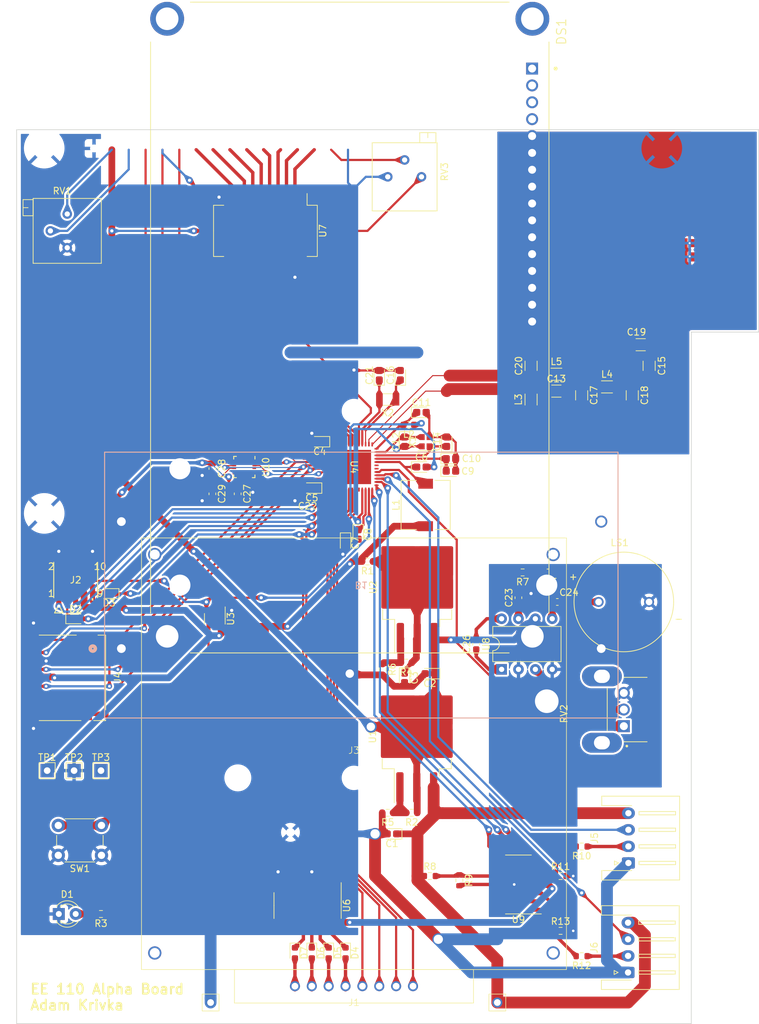
<source format=kicad_pcb>
(kicad_pcb (version 20240108) (generator "pcbnew") (generator_version "8.0")
  (title_block (title "Old"))
  (layers (0 "F.Cu" signal) (31 "B.Cu" signal) (35 "F.Paste" user) (36 "B.SilkS" user "B.Silkscreen") (37 "F.SilkS" user "F.Silkscreen") (38 "B.Mask" user) (39 "F.Mask" user) (44 "Edge.Cuts" user))
  (net 0 "")
  (net 1 "Net-(B1-Pad1)")
  (net 2 "GND")
  (net 3 "+5VD")
  (net 4 "Net-(U2-VO)")
  (net 5 "Net-(D4-K)")
  (net 6 "Net-(U4-VDDS)")
  (net 7 "Net-(D5-K)")
  (net 8 "Net-(D5-A)")
  (net 9 "Net-(D6-K)")
  (net 10 "Net-(D6-A)")
  (net 11 "Net-(J2-TCK)")
  (net 12 "Net-(U4-VDDR)")
  (net 13 "+3.3V")
  (net 14 "Net-(J2-TMS)")
  (net 15 "Net-(J2-~{SRST})")
  (net 17 "Net-(U4-X48M_P)")
  (net 18 "+5V")
  (net 19 "/RF_P")
  (net 20 "Net-(U4-X48M_N)")
  (net 21 "Net-(U4-X32K_Q1)")
  (net 22 "Net-(J5-Pad2)")
  (net 23 "Net-(D4-A)")
  (net 24 "/RF_N")
  (net 25 "Net-(U4-X32K_Q2)")
  (net 26 "Net-(U4-DCOUPL)")
  (net 27 "Net-(C24-Pad1)")
  (net 28 "/gpio/LCD_DATA0")
  (net 29 "/gpio/LCD_DATA1")
  (net 30 "/gpio/LCD_DATA2")
  (net 31 "/gpio/LCD_DATA3")
  (net 32 "/gpio/LCD_DATA4")
  (net 33 "/gpio/LCD_DATA5")
  (net 34 "/gpio/LCD_DATA6")
  (net 35 "/gpio/LCD_DATA7")
  (net 36 "Net-(C25-Pad2)")
  (net 37 "/gpio/LCD_E")
  (net 38 "/gpio/LCD_RW")
  (net 39 "/gpio/LCD_RS")
  (net 40 "/RF_ANT")
  (net 41 "/gpio/IMU_CS")
  (net 42 "Net-(C26-Pad1)")
  (net 43 "/gpio/KEYPAD_ROWA")
  (net 44 "/gpio/KEYPAD_ROWB")
  (net 45 "/gpio/KEYPAD_COL1")
  (net 46 "/gpio/KEYPAD_COL2")
  (net 47 "/gpio/KEYPAD_COL3")
  (net 48 "/gpio/KEYPAD_COL4")
  (net 49 "/gpio/SERVO1_PWM")
  (net 50 "Net-(C26-Pad2)")
  (net 51 "/gpio/SERVO2_PWM")
  (net 52 "/gpio/VBAT_READ")
  (net 53 "/gpio/SERVO1_POS")
  (net 54 "/gpio/SERVO2_POS")
  (net 55 "Net-(U10-REGOUT)")
  (net 56 "Net-(D1-A)")
  (net 57 "Net-(D2-K)")
  (net 58 "Net-(D3-A)")
  (net 59 "Net-(D7-K)")
  (net 62 "Net-(J6-Pad2)")
  (net 63 "Net-(U4-DCDC_SW)")
  (net 64 "Net-(U1-GND)")
  (net 65 "Net-(U2-GND)")
  (net 66 "Net-(U3-MR)")
  (net 67 "+3V3")
  (net 70 "Net-(D7-A)")
  (net 71 "/gpio/SD_CS")
  (net 72 "/gpio/SPI_MOSI")
  (net 73 "/gpio/SPI_SCLK")
  (net 74 "/gpio/SPI_MISO")
  (net 75 "/gpio/SPKR")
  (net 76 "/gpio/TEST")
  (net 77 "Net-(U9A-+)")
  (net 78 "Net-(U9C-+)")
  (net 79 "Net-(U9B-+)")
  (net 84 "Net-(LS1-1)")
  (net 87 "Net-(U8-BYPASS)")
  (net 89 "Net-(U8-+)")
  (net 94 "Net-(DS1-V0)")
  (net 95 "Net-(DS1-DB0)")
  (net 96 "Net-(DS1-DB1)")
  (net 97 "Net-(DS1-DB2)")
  (net 98 "Net-(DS1-DB3)")
  (net 99 "Net-(DS1-DB4)")
  (net 100 "Net-(DS1-DB5)")
  (net 101 "Net-(DS1-DB6)")
  (net 102 "Net-(DS1-DB7)")
  (net 103 "/RF_MATCH1")
  (net 104 "/RF_MATCH2")
  (net 105 "Net-(DS1-A)")
  (footprint "Capacitor_Tantalum_SMD:CP_EIA-1608-08_AVX-J" (layer "F.Cu") (at 101.6 67.9675)
    (property "Reference" "C11")
    (property "Value" "100nF")
  )
  (footprint "Inductor_SMD:L_1206_3216Metric" (layer "F.Cu") (at 129.54 64.135)
    (property "Reference" "L4")
    (property "Value" "2nH")
  )
  (footprint "Resistor_SMD:R_0603_1608Metric" (layer "F.Cu") (at 102.87 137.795)
    (property "Reference" "R8")
    (property "Value" "24K")
  )
  (footprint "Resistor_SMD:R_0603_1608Metric" (layer "F.Cu") (at 116.84 92.075 180)
    (property "Reference" "R7")
    (property "Value" "10")
  )
  (footprint "Package_TO_SOT_SMD:TO-263-3_TabPin2" (layer "F.Cu") (at 100.965 94.325 90)
    (property "Reference" "U2")
    (property "Value" "LM1086")
  )
  (footprint "My_Footprint:RGZ0048A_NV" (layer "F.Cu") (at 91.44 76.2 -90)
    (property "Reference" "U4")
    (property "Value" "CC2652R1FRGZR")
  )
  (footprint "Package_SO:SOIC-16_3.9x9.9mm_P1.27mm" (layer "F.Cu") (at 84.455 142.24 -90)
    (property "Reference" "U6")
    (property "Value" "74LS138")
  )
  (footprint "Resistor_SMD:R_0603_1608Metric" (layer "F.Cu") (at 53.34 143.51 180)
    (property "Reference" "R3")
    (property "Value" "470")
  )
  (footprint "Capacitor_Tantalum_SMD:CP_EIA-1608-08_AVX-J" (layer "F.Cu") (at 98.425 62.375 90)
    (property "Reference" "C16")
    (property "Value" "5uF")
  )
  (footprint "Button_Switch_THT:SW_PUSH_6mm" (layer "F.Cu") (at 53.415 134.675 180)
    (property "Reference" "SW1")
    (property "Value" "RESET")
  )
  (footprint "Inductor_SMD:L_0603_1608Metric" (layer "F.Cu") (at 99.695 69.85 180)
    (property "Reference" "L2")
    (property "Value" "6.8uH")
  )
  (footprint "Potentiometer_THT:Potentiometer_Bourns_3296P_Horizontal" (layer "F.Cu") (at 101.61 32.5 -90)
    (property "Reference" "RV3")
    (property "Value" "10k")
  )
  (footprint "Capacitor_SMD:C_1206_3216Metric" (layer "F.Cu") (at 134.62 57.785 180)
    (property "Reference" "C19")
    (property "Value" "1pF")
  )
  (footprint "Resistor_SMD:R_0603_1608Metric" (layer "F.Cu") (at 95.758 106.68 -90)
    (property "Reference" "R6")
    (property "Value" "183")
  )
  (footprint "Inductor_SMD:L_1206_3216Metric" (layer "F.Cu") (at 118.11 66.04 90)
    (property "Reference" "L3")
    (property "Value" "3.3nH")
  )
  (footprint "Capacitor_SMD:C_1206_3216Metric" (layer "F.Cu") (at 118.11 60.96 90)
    (property "Reference" "C20")
    (property "Value" "1.3pF")
  )
  (footprint "Capacitor_SMD:C_0603_1608Metric" (layer "F.Cu") (at 70.12 76.43 -90)
    (property "Reference" "C28")
    (property "Value" "10nF")
  )
  (footprint "Resistor_SMD:R_0603_1608Metric" (layer "F.Cu") (at 125.73 149.86 180)
    (property "Reference" "R12")
    (property "Value" "24K")
  )
  (footprint "Capacitor_SMD:C_0603_1608Metric" (layer "F.Cu") (at 73.93 80.24 -90)
    (property "Reference" "C27")
    (property "Value" "0.1uF")
  )
  (footprint "My_Footprint:4x4_Keypad" (layer "F.Cu") (at 91.44 119.38)
    (property "Reference" "J3")
    (property "Value" "~")
  )
  (footprint "Capacitor_Tantalum_SMD:CP_EIA-1608-08_AVX-J" (layer "F.Cu") (at 99.06 107.95 -90)
    (property "Reference" "C3")
    (property "Value" "10uF")
  )
  (footprint "Crystal:Crystal_SMD_2016-4Pin_2.0x1.6mm" (layer "F.Cu") (at 102.235 72.39 90)
    (property "Reference" "X1")
    (property "Value" "48MHz")
  )
  (footprint "My_Footprint:CON10_2X5_DUK_FTSH_SAI" (layer "F.Cu") (at 49.53 93.218)
    (property "Reference" "J2")
    (property "Value" "AVR-JTAG-10")
  )
  (footprint "My_Footprint:TRIM_PTV09A-2015U-B103" (layer "F.Cu") (at 132.08 112.72425 90)
    (property "Reference" "RV2")
    (property "Value" "10k")
  )
  (footprint "TestPoint:TestPoint_THTPad_2.0x2.0mm_Drill1.0mm" (layer "F.Cu") (at 53.34 121.92)
    (property "Reference" "TP3")
    (property "Value" "TEST")
  )
  (footprint "Diode_SMD:D_0603_1608Metric" (layer "F.Cu") (at 82.55 149.3775 -90)
    (property "Reference" "D7")
    (property "Value" "D_Small_Filled")
  )
  (footprint "Diode_SMD:D_0603_1608Metric" (layer "F.Cu") (at 54.57 95.25 180)
    (property "Reference" "D3")
    (property "Value" "D_Small_Filled")
  )
  (footprint "Package_TO_SOT_SMD:TO-263-3_TabPin2" (layer "F.Cu") (at 100.8975 116.81 90)
    (property "Reference" "U1")
    (property "Value" "LM1086")
  )
  (footprint "TestPoint:TestPoint_THTPad_2.0x2.0mm_Drill1.0mm" (layer "F.Cu") (at 49.29 121.92)
    (property "Reference" "TP2")
    (property "Value" "GND")
  )
  (footprint "Capacitor_Tantalum_SMD:CP_EIA-1608-08_AVX-J" (layer "F.Cu") (at 92.075 86.36 -90)
    (property "Reference" "C8")
    (property "Value" "100nF")
  )
  (footprint "Capacitor_Tantalum_SMD:CP_EIA-1608-08_AVX-J" (layer "F.Cu") (at 85.09 79.375 180)
    (property "Reference" "C5")
    (property "Value" "100nF")
  )
  (footprint "Resistor_SMD:R_0603_1608Metric" (layer "F.Cu") (at 100.14 128.27 180)
    (property "Reference" "R2")
    (property "Value" "121")
  )
  (footprint "Capacitor_Tantalum_SMD:CP_EIA-1608-08_AVX-J" (layer "F.Cu") (at 95.25 62.375 90)
    (property "Reference" "C21")
    (property "Value" "5uF")
  )
  (footprint "Inductor_SMD:L_7.3x7.3_H3.5" (layer "F.Cu") (at 102.235 81.915 90)
    (property "Reference" "L1")
    (property "Value" "BLM18HE152SN1")
  )
  (footprint "Capacitor_Tantalum_SMD:CP_EIA-1608-08_AVX-J" (layer "F.Cu") (at 106.045 76.835)
    (property "Reference" "C9")
    (property "Value" "22uF")
  )
  (footprint "Capacitor_SMD:C_0603_1608Metric" (layer "F.Cu") (at 109.855 102.87 90)
    (property "Reference" "C26")
    (property "Value" "10uF")
  )
  (footprint "Capacitor_SMD:C_0603_1608Metric" (layer "F.Cu") (at 122.06 96.52)
    (property "Reference" "C24")
    (property "Value" "250uF")
  )
  (footprint "Connector_Card:microSD_HC_Hirose_DM3D-SF" (layer "F.Cu") (at 48.26 107.95 -90)
    (property "Reference" "J4")
    (property "Value" "Micro_SD_Card")
  )
  (footprint "Sensor_Motion:InvenSense_QFN-24_3x3mm_P0.4mm" (layer "F.Cu") (at 74.93 76.2 -90)
    (property "Reference" "U10")
    (property "Value" "MPU-9250")
  )
  (footprint "Capacitor_Tantalum_SMD:CP_EIA-1608-08_AVX-J" (layer "F.Cu") (at 101.6 76.2)
    (property "Reference" "C6")
    (property "Value" "100nF")
  )
  (footprint "Capacitor_SMD:C_0603_1608Metric" (layer "F.Cu") (at 120.65 92.075 180)
    (property "Reference" "C25")
    (property "Value" "0.05uF")
  )
  (footprint "Resistor_SMD:R_0603_1608Metric" (layer "F.Cu") (at 99.314 105.664 180)
    (property "Reference" "R4")
    (property "Value" "121")
  )
  (footprint "Capacitor_Tantalum_SMD:CP_EIA-1608-08_AVX-J" (layer "F.Cu") (at 105.41 72.39 90)
    (property "Reference" "C14")
    (property "Value" "5uF")
  )
  (footprint "Capacitor_SMD:C_1206_3216Metric" (layer "F.Cu") (at 135.89 60.96 90)
    (property "Reference" "C15")
    (property "Value" "1.8pF")
  )
  (footprint "Diode_SMD:D_0603_1608Metric" (layer "F.Cu") (at 90.17 149.3775 -90)
    (property "Reference" "D4")
    (property "Value" "D_Small_Filled")
  )
  (footprint "Resistor_SMD:R_0603_1608Metric" (layer "F.Cu") (at 122.555 137.795)
    (property "Reference" "R11")
    (property "Value" "36K")
  )
  (footprint "Connector_JST:JST_XH_S4B-XH-A-1_1x04_P2.50mm_Horizontal" (layer "F.Cu") (at 132.77 135.83 90)
    (property "Reference" "J5")
    (property "Value" "4P4C")
  )
  (footprint "My_Footprint:My_Power_Connector" (layer "F.Cu") (at 91.44 153.67 180)
    (property "Reference" "J1")
    (property "Value" "power")
  )
  (footprint "Resistor_SMD:R_0603_1608Metric" (layer "F.Cu") (at 107.315 138.43 -90)
    (property "Reference" "R9")
    (property "Value" "36K")
  )
  (footprint "My_Footprint:EE110_Antenna" (layer "F.Cu") (at 141.596025 42.866025 -90)
    (property "Reference" "AE1" (hide yes))
    (property "Value" "Antenna_Chip" (hide yes))
  )
  (footprint "Package_SO:SOIC-14_3.9x8.7mm_P1.27mm" (layer "F.Cu") (at 116.205 139.065 180)
    (property "Reference" "U9")
    (property "Value" "LM2902")
  )
  (footprint "Capacitor_SMD:C_1206_3216Metric" (layer "F.Cu") (at 133.35 65.405 -90)
    (property "Reference" "C18")
    (property "Value" "4pF")
  )
  (footprint "Diode_SMD:D_0603_1608Metric" (layer "F.Cu") (at 85.09 149.3775 -90)
    (property "Reference" "D6")
    (property "Value" "D_Small_Filled")
  )
  (footprint "Crystal:Crystal_SMD_3215-2Pin_3.2x1.5mm" (layer "F.Cu") (at 96.52 66.04 180)
    (property "Reference" "X2")
    (property "Value" "32.768KHz")
  )
  (footprint "Package_SO:SOIC-20W_7.5x15.4mm_P1.27mm" (layer "F.Cu") (at 78.105 40.64 -90)
    (property "Reference" "U7")
    (property "Value" "74LVC245")
    (property "VALUE" "74LVC245" (hide yes))
  )
  (footprint "Capacitor_Tantalum_SMD:CP_EIA-1608-08_AVX-J" (layer "F.Cu") (at 102.87 107.315 180)
    (property "Reference" "C2")
    (property "Value" "10uF")
  )
  (footprint "Resistor_SMD:R_0603_1608Metric" (layer "F.Cu") (at 125.73 133.35 180)
    (property "Reference" "R10")
    (property "Value" "24K")
  )
  (footprint "Resistor_SMD:R_0603_1608Metric" (layer "F.Cu") (at 93.472 90.424 180)
    (property "Reference" "R1")
    (property "Value" "1")
  )
  (footprint "Capacitor_SMD:C_0603_1608Metric" (layer "F.Cu") (at 84.455 80.645 180)
    (property "Reference" "C22")
    (property "Value" "1uF")
  )
  (footprint "Capacitor_Tantalum_SMD:CP_EIA-1608-08_AVX-J" (layer "F.Cu") (at 99.06 72.39 -90)
    (property "Reference" "C12")
    (property "Value" "5uF")
  )
  (footprint "Connector_JST:JST_XH_S4B-XH-A-1_1x04_P2.50mm_Horizontal" (layer "F.Cu") (at 132.715 152.32 90)
    (property "Reference" "J6")
    (property "Value" "4P4C")
  )
  (footprint "Capacitor_Tantalum_SMD:CP_EIA-1608-08_AVX-J" (layer "F.Cu") (at 86.2825 72.39 180)
    (property "Reference" "C4")
    (property "Value" "100nF")
  )
  (footprint "TestPoint:TestPoint_THTPad_2.0x2.0mm_Drill1.0mm" (layer "F.Cu") (at 45.24 121.92)
    (property "Reference" "TP1")
    (property "Value" "+3.3V")
  )
  (footprint "Capacitor_SMD:C_1206_3216Metric" (layer "F.Cu") (at 121.92 64.77)
    (property "Reference" "C13")
    (property "Value" "1.3pF")
  )
  (footprint "Package_TO_SOT_SMD:SOT-23-5" (layer "F.Cu") (at 70.485 99.06 -90)
    (property "Reference" "U3")
    (property "Value" "LM372x")
  )
  (footprint "Capacitor_Tantalum_SMD:CP_EIA-1608-08_AVX-J" (layer "F.Cu") (at 97.155 131.445 180)
    (property "Reference" "C1")
    (property "Value" "10uF")
  )
  (footprint "Capacitor_SMD:C_0603_1608Metric" (layer "F.Cu") (at 70.12 80.24 -90)
    (property "Reference" "C29")
    (property "Value" "0.1uF")
  )
  (footprint "Capacitor_Tantalum_SMD:CP_EIA-1608-08_AVX-J" (layer "F.Cu") (at 106.045 74.93)
    (property "Reference" "C10")
    (property "Value" "100nF")
  )
  (footprint "LED_THT:LED_D3.0mm" (layer "F.Cu") (at 46.99 143.51)
    (property "Reference" "D1")
    (property "Value" "LED")
  )
  (footprint "My_Footprint:LCD_LCD-20X4B" (layer "F.Cu") (at 90.8075 55.1975 -90)
    (property "Reference" "DS1")
    (property "Value" "LCD-20X4B")
  )
  (footprint "Capacitor_Tantalum_SMD:CP_EIA-1608-08_AVX-J" (layer "F.Cu") (at 90.17 87.63 -90)
    (property "Reference" "C7")
    (property "Value" "22uF")
  )
  (footprint "Resistor_SMD:R_0603_1608Metric" (layer "F.Cu") (at 96.52 128.27 180)
    (property "Reference" "R5")
    (property "Value" "363")
  )
  (footprint "Inductor_SMD:L_1206_3216Metric" (layer "F.Cu") (at 121.92 62.23)
    (property "Reference" "L5")
    (property "Value" "3.3nH")
  )
  (footprint "Capacitor_SMD:C_1206_3216Metric" (layer "F.Cu") (at 125.73 65.405 -90)
    (property "Reference" "C17")
    (property "Value" "4pF")
  )
  (footprint "Package_DIP:DIP-8_W7.62mm" (layer "F.Cu") (at 113.675 106.67 90)
    (property "Reference" "U8")
    (property "Value" "LM386")
  )
  (footprint "Capacitor_SMD:C_0603_1608Metric" (layer "F.Cu") (at 116.205 95.885 90)
    (property "Reference" "C23")
    (property "Value" "10uF")
  )
  (footprint "Diode_SMD:D_0603_1608Metric" (layer "F.Cu") (at 49.53 99.06)
    (property "Reference" "D2")
    (property "Value" "D_Small_Filled")
  )
  (footprint "My_Footprint:SPKR_CVS-1508" (layer "F.Cu") (at 132.08 96.52)
    (property "Reference" "LS1")
    (property "Value" "Speaker")
  )
  (footprint "Resistor_SMD:R_0603_1608Metric" (layer "F.Cu") (at 122.555 146.05)
    (property "Reference" "R13")
    (property "Value" "36K")
  )
  (footprint "Diode_SMD:D_0603_1608Metric" (layer "F.Cu") (at 87.63 149.3775 -90)
    (property "Reference" "D5")
    (property "Value" "D_Small_Filled")
  )
  (footprint "Potentiometer_THT:Potentiometer_Bourns_3296P_Horizontal" (layer "F.Cu") (at 48.26 38.1)
    (property "Reference" "RV1")
    (property "Value" "10k")
  )
  (footprint "My_Footprint:1049P_KEY" (layer "B.Cu") (at 56.4134 103.5431)
    (property "Reference" "B1")
    (property "Value" "1049P")
  )
  (gr_poly (pts (xy 141.958625 41.196425) (xy 139.7 41.91) (xy 139.192 40.386)) (fill solid) (layer "F.Cu") (net 40))
  (gr_line (start 152.4 55.88) (end 152.4 25.4) (stroke (width 0.1)) (layer "Edge.Cuts"))
  (gr_line (start 152.4 55.88) (end 142.24 55.88) (stroke (width 0.1)) (layer "Edge.Cuts"))
  (gr_line (start 152.4 25.4) (end 40.64 25.4) (stroke (width 0.1)) (layer "Edge.Cuts"))
  (gr_line (start 142.24 160.02) (end 142.24 55.88) (stroke (width 0.1)) (layer "Edge.Cuts"))
  (gr_line (start 40.64 25.4) (end 40.64 160.02) (stroke (width 0.1)) (layer "Edge.Cuts"))
  (gr_line (start 40.64 160.02) (end 142.24 160.02) (stroke (width 0.1)) (layer "Edge.Cuts"))
  (gr_text "EE 110 Alpha Board\nAdam Krivka" (at 42.545 158.115 0) (layer "F.SilkS") (effects (font (size 1.5 1.5) (thickness 0.3) (bold yes)) (justify left bottom)))
  (segment (start 81.8769 58.9534) (end 101.0031 58.9534) (width 1.778) (layer "B.Cu") (net 1))
  (segment (start 80.01 139.765) (end 80.01 137.16) (width 0.3302) (layer "F.Cu") (net 2))
  (segment (start 105.3975 71.69) (end 105.41 71.6775) (width 0.3302) (layer "F.Cu") (net 2))
  (segment (start 99.06 73.1025) (end 98.31225 73.1025) (width 0.3302) (layer "F.Cu") (net 2))
  (segment (start 43.035 115.425) (end 43.18 115.57) (width 0.3302) (layer "F.Cu") (net 2))
  (segment (start 103.505 76.2) (end 102.3125 76.2) (width 0.3302) (layer "F.Cu") (net 2))
  (segment (start 96.4425 131.445) (end 95.695 130.6975) (width 1.016) (layer "F.Cu") (net 2))
  (segment (start 95.695 130.6975) (end 95.695 128.27) (width 1.016) (layer "F.Cu") (net 2))
  (segment (start 85.09 139.765) (end 85.09 137.16) (width 0.3302) (layer "F.Cu") (net 2))
  (segment (start 77.47 77.502296) (end 77.47 78.74) (width 0.1524) (layer "F.Cu") (net 2))
  (segment (start 99.0725 73.09) (end 99.06 73.1025) (width 0.3302) (layer "F.Cu") (net 2))
  (segment (start 95.25 61.6625) (end 91.5075 61.6625) (width 0.3302) (layer "F.Cu") (net 2))
  (segment (start 52.135 102.3) (end 50.96 102.3) (width 0.3302) (layer "F.Cu") (net 2))
  (segment (start 43.035 102.225) (end 43.035 99.84) (width 0.3302) (layer "F.Cu") (net 2))
  (segment (start 84.3775 79.4525) (end 84.3775 79.375) (width 0.3302) (layer "F.Cu") (net 2))
  (segment (start 86.36 139.765) (end 83.82 139.765) (width 0.3302) (layer "F.Cu") (net 2))
  (segment (start 50.935 113.575) (end 51.285 113.925) (width 0.3302) (layer "F.Cu") (net 2))
  (segment (start 95.758 107.505) (end 90.995 107.505) (width 1.016) (layer "F.Cu") (net 2))
  (segment (start 96.4425 131.445) (end 94.615 131.445) (width 1.016) (layer "F.Cu") (net 2))
  (segment (start 113.73 139.065) (end 115.57 139.065) (width 0.508) (layer "F.Cu") (net 2))
  (segment (start 116.205 95.11) (end 116.205 92.265) (width 0.508) (layer "F.Cu") (net 2))
  (segment (start 52.07 91.186) (end 52.07 88.9) (width 0.508) (layer "F.Cu") (net 2))
  (segment (start 104.14 147.32) (end 94.615 137.795) (width 1.778) (layer "F.Cu") (net 2))
  (segment (start 46.99 91.186) (end 46.99 88.9) (width 0.3302) (layer "F.Cu") (net 2))
  (segment (start 50.96 102.3) (end 50.635 101.975) (width 0.3302) (layer "F.Cu") (net 2))
  (segment (start 71.575 36.015) (end 71.12 35.56) (width 0.3302) (layer "F.Cu") (net 2))
  (segment (start 82.55 81.28) (end 83.185 80.645) (width 0.3302) (layer "F.Cu") (net 2))
  (segment (start 113.73 139.065) (end 107.505 139.065) (width 0.508) (layer "F.Cu") (net 2))
  (segment (start 85.57 71.6) (end 85.09 71.12) (width 0.3302) (layer "F.Cu") (net 2))
  (segment (start 75.93 79.74) (end 75.93 77.7) (width 0.1524) (layer "F.Cu") (net 2))
  (segment (start 51.685 113.525) (end 51.285 113.925) (width 0.3302) (layer "F.Cu") (net 2))
  (segment (start 85.57 72.39) (end 85.57 71.6) (width 0.3302) (layer "F.Cu") (net 2))
  (segment (start 72.39 36.015) (end 71.575 36.015) (width 0.3302) (layer "F.Cu") (net 2))
  (segment (start 68.845 81.015) (end 68.58 81.28) (width 0.3302) (layer "F.Cu") (net 2))
  (segment (start 43.035 113.575) (end 50.935 113.575) (width 0.3302) (layer "F.Cu") (net 2))
  (segment (start 43.035 102.225) (end 50.385 102.225) (width 0.3302) (layer "F.Cu") (net 2))
  (segment (start 98.31225 73.1025) (end 97.837105 73.577645) (width 0.3302) (layer "F.Cu") (net 2))
  (segment (start 98.425 61.6625) (end 95.25 61.6625) (width 0.3302) (layer "F.Cu") (net 2))
  (segment (start 105.935 71.6775) (end 105.41 71.6775) (width 0.3302) (layer "F.Cu") (net 2))
  (segment (start 107.505 139.065) (end 107.315 139.255) (width 0.508) (layer "F.Cu") (net 2))
  (segment (start 77.47 78.74) (end 76.2 80.01) (width 0.1524) (layer "F.Cu") (net 2))
  (segment (start 117.97 95.11) (end 118.11 95.25) (width 0.508) (layer "F.Cu") (net 2))
  (segment (start 44.573051 105.625) (end 44.788051 105.41) (width 1.016) (layer "F.Cu") (net 2))
  (segment (start 97.473 109.22) (end 95.758 107.505) (width 1.016) (layer "F.Cu") (net 2))
  (segment (start 102.785 71.69) (end 105.3975 71.69) (width 0.3302) (layer "F.Cu") (net 2))
  (segment (start 82.55 45.265) (end 82.55 47.625) (width 0.3302) (layer "F.Cu") (net 2))
  (segment (start 83.185 80.645) (end 84.3775 79.4525) (width 0.3302) (layer "F.Cu") (net 2))
  (segment (start 53.71 113.525) (end 51.685 113.525) (width 0.3302) (layer "F.Cu") (net 2))
  (segment (start 101.685 73.09) (end 99.0725 73.09) (width 0.3302) (layer "F.Cu") (net 2))
  (segment (start 90.17 88.93525) (end 90.17 88.3425) (width 0.3302) (layer "F.Cu") (net 2))
  (segment (start 89.772305 89.332945) (end 90.17 88.93525) (width 0.3302) (layer "F.Cu") (net 2))
  (segment (start 68.845 77.205) (end 70.12 77.205) (width 0.3302) (layer "F.Cu") (net 2))
  (segment (start 102.3125 67.9675) (end 102.785 68.44) (width 0.3302) (layer "F.Cu") (net 2))
  (segment (start 124.46 146.05) (end 123.38 146.05) (width 0.508) (layer "F.Cu") (net 2))
  (segment (start 102.785 68.44) (end 102.785 71.69) (width 0.3302) (layer "F.Cu") (net 2))
  (segment (start 43.035 99.84) (end 43.18 99.695) (width 0.3302) (layer "F.Cu") (net 2))
  (segment (start 76.2 80.01) (end 75.93 79.74) (width 0.1524) (layer "F.Cu") (net 2))
  (segment (start 106.7575 72.5) (end 105.935 71.6775) (width 0.3302) (layer "F.Cu") (net 2))
  (segment (start 94.615 137.795) (end 94.615 131.445) (width 1.778) (layer "F.Cu") (net 2))
  (segment (start 100.2525 109.22) (end 97.473 109.22) (width 1.016) (layer "F.Cu") (net 2))
  (segment (start 43.035 113.575) (end 43.035 115.425) (width 0.3302) (layer "F.Cu") (net 2))
  (segment (start 50.385 102.225) (end 50.635 101.975) (width 0.3302) (layer "F.Cu") (net 2))
  (segment (start 90.995 107.505) (end 90.805 107.315) (width 1.016) (layer "F.Cu") (net 2))
  (segment (start 72.8925 97.9225) (end 73.025 97.79) (width 0.3302) (layer "F.Cu") (net 2))
  (segment (start 73.93 81.015) (end 75.195 81.015) (width 0.3302) (layer "F.Cu") (net 2))
  (segment (start 116.205 92.265) (end 116.015 92.075) (width 0.381) (layer "F.Cu") (net 2))
  (segment (start 124.46 137.795) (end 123.38 137.795) (width 0.508) (layer "F.Cu") (net 2))
  (segment (start 106.7575 74.93) (end 106.7575 72.5) (width 0.3302) (layer "F.Cu") (net 2))
  (segment (start 75.195 81.015) (end 76.2 80.01) (width 0.3302) (layer "F.Cu") (net 2))
  (segment (start 76.43 76.8) (end 76.767704 76.8) (width 0.1524) (layer "F.Cu") (net 2))
  (segment (start 68.58 77.47) (end 68.845 77.205) (width 0.3302) (layer "F.Cu") (net 2))
  (segment (start 91.5075 61.6625) (end 91.44 61.595) (width 0.3302) (layer "F.Cu") (net 2))
  (segment (start 70.12 81.015) (end 68.845 81.015) (width 0.3302) (layer "F.Cu") (net 2))
  (segment (start 116.205 95.11) (end 117.97 95.11) (width 0.508) (layer "F.Cu") (net 2))
  (segment (start 106.7575 76.835) (end 106.7575 74.93) (width 0.3302) (layer "F.Cu") (net 2))
  (segment (start 70.485 97.9225) (end 72.8925 97.9225) (width 0.3302) (layer "F.Cu") (net 2))
  (segment (start 83.68 80.645) (end 83.185 80.645) (width 0.3302) (layer "F.Cu") (net 2))
  (segment (start 102.1575 107.315) (end 100.2525 109.22) (width 1.016) (layer "F.Cu") (net 2))
  (segment (start 76.767704 76.8) (end 77.47 77.502296) (width 0.1524) (layer "F.Cu") (net 2))
  (segment (start 42.91 105.625) (end 44.573051 105.625) (width 1.016) (layer "F.Cu") (net 2))
  (segment (start 44.788051 105.41) (end 45.085 105.41) (width 1.016) (layer "F.Cu") (net 2))
  (via (at 85.09 71.12) (size 1.016) (drill 0.4826) (layers "F.Cu" "B.Cu") (net 2))
  (via (at 46.99 88.9) (size 1.016) (drill 0.4826) (layers "F.Cu" "B.Cu") (net 2))
  (via (at 76.2 80.01) (size 1.016) (drill 0.4826) (layers "F.Cu" "B.Cu") (net 2))
  (via (at 45.085 105.41) (size 1.016) (drill 0.4826) (layers "F.Cu" "B.Cu") (net 2))
  (via (at 97.837105 73.577645) (size 1.016) (drill 0.4826) (layers "F.Cu" "B.Cu") (net 2))
  (via (at 124.46 146.05) (size 0.7874) (drill 0.381) (layers "F.Cu" "B.Cu") (net 2))
  (via (at 94.615 131.445) (size 1.778) (drill 1.397) (layers "F.Cu" "B.Cu") (net 2))
  (via (at 91.44 61.595) (size 1.016) (drill 0.4826) (layers "F.Cu" "B.Cu") (net 2))
  (via (at 85.09 137.16) (size 1.016) (drill 0.4826) (layers "F.Cu" "B.Cu") (net 2))
  (via (at 80.01 137.16) (size 1.016) (drill 0.4826) (layers "F.Cu" "B.Cu") (net 2))
  (via (at 68.58 77.47) (size 1.016) (drill 0.4826) (layers "F.Cu" "B.Cu") (net 2))
  (via (at 89.772305 89.332945) (size 1.016) (drill 0.4826) (layers "F.Cu" "B.Cu") (net 2))
  (via (at 82.55 81.28) (size 1.016) (drill 0.4826) (layers "F.Cu" "B.Cu") (net 2))
  (via (at 104.14 147.32) (size 1.778) (drill 1.397) (layers "F.Cu" "B.Cu") (net 2))
  (via (at 118.11 95.25) (size 1.016) (drill 0.4826) (layers "F.Cu" "B.Cu") (net 2))
  (via (at 103.505 76.2) (size 1.016) (drill 0.4826) (layers "F.Cu" "B.Cu") (net 2))
  (via (at 73.025 97.79) (size 1.016) (drill 0.4826) (layers "F.Cu" "B.Cu") (net 2))
  (via (at 82.55 47.625) (size 1.016) (drill 0.4826) (layers "F.Cu" "B.Cu") (net 2))
  (via (at 43.18 115.57) (size 1.016) (drill 0.4826) (layers "F.Cu" "B.Cu") (net 2))
  (via (at 68.58 81.28) (size 1.016) (drill 0.4826) (layers "F.Cu" "B.Cu") (net 2))
  (via (at 124.46 137.795) (size 0.8) (drill 0.4) (layers "F.Cu" "B.Cu") (net 2))
  (via (at 115.57 139.065) (size 0.8) (drill 0.4) (layers "F.Cu" "B.Cu") (net 2))
  (via (at 52.07 88.9) (size 1.016) (drill 0.4826) (layers "F.Cu" "B.Cu") (net 2))
  (via (at 71.12 35.56) (size 1.016) (drill 0.4826) (layers "F.Cu" "B.Cu") (net 2))
  (via (at 43.18 99.695) (size 1.016) (drill 0.4826) (layers "F.Cu" "B.Cu") (net 2))
  (via (at 90.805 107.315) (size 1.778) (drill 1.27) (layers "F.Cu" "B.Cu") (net 2))
  (segment (start 90.54 33.39) (end 91.44 34.29) (width 0.3302) (layer "B.Cu") (net 2))
  (segment (start 104.14 147.32) (end 113.03 147.32) (width 1.778) (layer "B.Cu") (net 2))
  (segment (start 93.98 131.445) (end 90.805 131.445) (width 1.016) (layer "B.Cu") (net 2))
  (segment (start 131.365 152.32) (end 132.715 152.32) (width 1.778) (layer "B.Cu") (net 2))
  (segment (start 96.53 32.5) (end 93.23 32.5) (width 0.3302) (layer "B.Cu") (net 2))
  (segment (start 109.14 152.32) (end 104.14 147.32) (width 1.778) (layer "B.Cu") (net 2))
  (segment (start 90.54 28.42) (end 90.54 33.39) (width 0.3302) (layer "B.Cu") (net 2))
  (segment (start 129.54 150.495) (end 131.365 152.32) (width 1.778) (layer "B.Cu") (net 2))
  (segment (start 97.837105 73.577645) (end 94.74446 70.485) (width 0.3302) (layer "B.Cu") (net 2))
  (segment (start 103.505 72.39) (end 103.505 76.2) (width 0.3302) (layer "B.Cu") (net 2))
  (segment (start 69.85 156.21) (end 69.85 145.415) (width 1.778) (layer "B.Cu") (net 2))
  (segment (start 94.615 131.445) (end 93.98 131.445) (width 1.016) (layer "B.Cu") (net 2))
  (segment (start 69.85 156.845) (end 69.85 156.21) (width 1.778) (layer "B.Cu") (net 2))
  (segment (start 132.715 152.32) (end 109.14 152.32) (width 1.778) (layer "B.Cu") (net 2))
  (segment (start 132.77 135.83) (end 129.54 139.06) (width 1.778) (layer "B.Cu") (net 2))
  (segment (start 94.74446 70.485) (end 101.6 70.485) (width 0.3302) (layer "B.Cu") (net 2))
  (segment (start 93.23 32.5) (end 91.44 34.29) (width 0.3302) (layer "B.Cu") (net 2))
  (segment (start 94.74446 70.485) (end 91.44 70.485) (width 0.3302) (layer "B.Cu") (net 2))
  (segment (start 129.54 139.06) (end 129.54 150.495) (width 1.778) (layer "B.Cu") (net 2))
  (segment (start 101.6 70.485) (end 103.505 72.39) (width 0.3302) (layer "B.Cu") (net 2))
  (segment (start 132.77 128.33) (end 104.775 128.33) (width 1.778) (layer "F.Cu") (net 3))
  (segment (start 103.8895 128.33) (end 103.4375 128.782) (width 1.778) (layer "F.Cu") (net 3))
  (segment (start 104.775 128.33) (end 104.1325 128.33) (width 1.778) (layer "F.Cu") (net 3))
  (segment (start 113.03 156.845) (end 113.03 150.495) (width 1.778) (layer "F.Cu") (net 3))
  (segment (start 100.965 131.2545) (end 101.0031 131.2164) (width 0.508) (layer "F.Cu") (net 3))
  (segment (start 135.255 146.685) (end 135.255 154.305) (width 1.778) (layer "F.Cu") (net 3))
  (segment (start 132.715 156.845) (end 113.03 156.845) (width 1.778) (layer "F.Cu") (net 3))
  (segment (start 97.8675 131.445) (end 100.7745 131.445) (width 1.016) (layer "F.Cu") (net 3))
  (segment (start 113.03 150.495) (end 101.0031 138.4681) (width 1.778) (layer "F.Cu") (net 3))
  (segment (start 132.715 144.82) (end 133.39 144.82) (width 1.778) (layer "F.Cu") (net 3))
  (segment (start 101.0031 138.4681) (end 101.0031 137.795) (width 1.778) (layer "F.Cu") (net 3))
  (segment (start 103.4375 128.782) (end 103.4375 127.635) (width 1.778) (layer "F.Cu") (net 3))
  (segment (start 104.1325 128.33) (end 103.4375 127.635) (width 1.778) (layer "F.Cu") (net 3))
  (segment (start 133.39 144.82) (end 135.255 146.685) (width 1.778) (layer "F.Cu") (net 3))
  (segment (start 100.7745 131.445) (end 101.0031 131.2164) (width 1.016) (layer "F.Cu") (net 3))
  (segment (start 101.0031 137.795) (end 101.0031 131.2164) (width 1.778) (layer "F.Cu") (net 3))
  (segment (start 104.775 128.33) (end 103.8895 128.33) (width 1.016) (layer "F.Cu") (net 3))
  (segment (start 103.4375 127.635) (end 103.4375 124.46) (width 1.778) (layer "F.Cu") (net 3))
  (segment (start 101.0031 131.2164) (end 103.4375 128.782) (width 1.778) (layer "F.Cu") (net 3))
  (segment (start 135.255 154.305) (end 132.715 156.845) (width 1.778) (layer "F.Cu") (net 3))
  (segment (start 102.045 137.795) (end 101.0031 137.795) (width 0.508) (layer "F.Cu") (net 3))
  (segment (start 94.321 90.4) (end 94.297 90.424) (width 1.016) (layer "F.Cu") (net 4))
  (segment (start 100.139 105.664) (end 100.838 104.965) (width 1.016) (layer "F.Cu") (net 4))
  (segment (start 100.965 101.975) (end 100.965 92.825) (width 1.016) (layer "F.Cu") (net 4))
  (segment (start 99.06 106.743) (end 100.139 105.664) (width 0.508) (layer "F.Cu") (net 4))
  (segment (start 100.838 104.965) (end 100.838 102.102) (width 1.016) (layer "F.Cu") (net 4))
  (segment (start 100.838 102.102) (end 100.965 101.975) (width 1.016) (layer "F.Cu") (net 4))
  (segment (start 98.19 90.4) (end 94.321 90.4) (width 1.016) (layer "F.Cu") (net 4))
  (segment (start 99.06 107.2375) (end 99.06 106.743) (width 0.508) (layer "F.Cu") (net 4))
  (segment (start 90.17 148.59) (end 87.63 146.05) (width 0.508) (layer "F.Cu") (net 5))
  (segment (start 87.63 146.05) (end 87.63 144.715) (width 0.508) (layer "F.Cu") (net 5))
  (segment (start 88.039999 73.434999) (end 86.995 72.39) (width 0.3302) (layer "F.Cu") (net 6))
  (segment (start 85.8025 79.375) (end 85.8025 79.0181) (width 0.3302) (layer "F.Cu") (net 6))
  (segment (start 90.17 86.9175) (end 91.44 85.6475) (width 0.3302) (layer "F.Cu") (net 6))
  (segment (start 93.190002 83.362564) (end 93.190002 79.600001) (width 0.3302) (layer "F.Cu") (net 6))
  (segment (start 98.309999 75.449999) (end 99.06 76.2) (width 0.3302) (layer "F.Cu") (net 6))
  (segment (start 85.8025 79.0181) (end 86.36 78.4606) (width 0.3302) (layer "F.Cu") (net 6))
  (segment (start 101.575 78.715) (end 102.235 78.715) (width 0.3302) (layer "F.Cu") (net 6))
  (segment (start 91.44 85.6475) (end 92.075 85.6475) (width 0.3302) (layer "F.Cu") (net 6))
  (segment (start 92.864501 83.688065) (end 93.190002 83.362564) (width 0.3302) (layer "F.Cu") (net 6))
  (segment (start 86.36 78.4606) (end 86.8139 78.4606) (width 0.3302) (layer "F.Cu") (net 6))
  (segment (start 86.8139 78.4606) (end 87.324501 77.949999) (width 0.3302) (layer "F.Cu") (net 6))
  (segment (start 92.1525 85.6475) (end 92.864501 84.935499) (width 0.3302) (layer "F.Cu") (net 6))
  (segment (start 98.309999 75.449999) (end 101.575 78.715) (width 0.3302) (layer "F.Cu") (net 6))
  (segment (start 92.864501 84.935499) (end 92.864501 83.688065) (width 0.3302) (layer "F.Cu") (net 6))
  (segment (start 92.075 85.6475) (end 92.1525 85.6475) (width 0.3302) (layer "F.Cu") (net 6))
  (segment (start 88.039999 73.45) (end 88.039999 73.434999) (width 0.3302) (layer "F.Cu") (net 6))
  (segment (start 94.840001 75.449999) (end 98.309999 75.449999) (width 0.3302) (layer "F.Cu") (net 6))
  (segment (start 87.324501 77.949999) (end 88.039999 77.949999) (width 0.3302) (layer "F.Cu") (net 6))
  (segment (start 99.06 76.2) (end 100.8875 76.2) (width 0.3302) (layer "F.Cu") (net 6))
  (segment (start 86.36 147.32) (end 86.36 144.715) (width 0.508) (layer "F.Cu") (net 7))
  (segment (start 87.63 148.59) (end 86.36 147.32) (width 0.508) (layer "F.Cu") (net 7))
  (segment (start 87.63 154.94) (end 87.63 150.165) (width 0.508) (layer "F.Cu") (net 8))
  (segment (start 85.09 148.59) (end 85.09 144.715) (width 0.508) (layer "F.Cu") (net 9))
  (segment (start 85.09 154.94) (end 85.09 150.165) (width 0.508) (layer "F.Cu") (net 10))
  (segment (start 88.69 79.600001) (end 88.69 80.22) (width 0.3302) (layer "F.Cu") (net 11))
  (segment (start 88.69 80.22) (end 85.09 83.82) (width 0.3302) (layer "F.Cu") (net 11))
  (segment (start 46.99 97.155) (end 46.99 95.25) (width 0.3302) (layer "F.Cu") (net 11))
  (via (at 46.99 97.155) (size 1.016) (drill 0.4826) (layers "F.Cu" "B.Cu") (net 11))
  (via (at 85.09 83.82) (size 1.016) (drill 0.4826) (layers "F.Cu" "B.Cu") (net 11))
  (segment (start 64.032434 83.82) (end 49.871934 97.9805) (width 0.3302) (layer "B.Cu") (net 11))
  (segment (start 47.8155 97.9805) (end 46.99 97.155) (width 0.3302) (layer "B.Cu") (net 11))
  (segment (start 49.871934 97.9805) (end 47.8155 97.9805) (width 0.3302) (layer "B.Cu") (net 11))
  (segment (start 85.09 83.82) (end 64.032434 83.82) (width 0.3302) (layer "B.Cu") (net 11))
  (segment (start 98.440001 69.85) (end 94.840001 73.45) (width 0.3302) (layer "F.Cu") (net 12))
  (segment (start 99.005 69.85) (end 100.8875 67.9675) (width 0.3302) (layer "F.Cu") (net 12))
  (segment (start 98.9075 69.85) (end 99.005 69.85) (width 0.3302) (layer "F.Cu") (net 12))
  (segment (start 105.3125 74.95) (end 94.840001 74.95) (width 0.3302) (layer "F.Cu") (net 12))
  (segment (start 98.9075 69.85) (end 98.440001 69.85) (width 0.3302) (layer "F.Cu") (net 12))
  (segment (start 105.3325 76.835) (end 105.3325 74.93) (width 0.3302) (layer "F.Cu") (net 12))
  (segment (start 105.3325 74.93) (end 105.3125 74.95) (width 0.3302) (layer "F.Cu") (net 12))
  (segment (start 48.26 88.265) (end 56.515 80.01) (width 0.508) (layer "F.Cu") (net 13))
  (segment (start 78.105 100.1975) (end 71.435 100.1975) (width 1.016) (layer "F.Cu") (net 13))
  (segment (start 71.435 100.1975) (end 71.435 101.285) (width 1.016) (layer "F.Cu") (net 13))
  (segment (start 71.435 101.285) (end 71.12 101.6) (width 1.016) (layer "F.Cu") (net 13))
  (segment (start 48.26 91.186) (end 48.26 88.265) (width 0.508) (layer "F.Cu") (net 13))
  (segment (start 88.9 143.740001) (end 87.399999 142.24) (width 1.016) (layer "F.Cu") (net 13))
  (segment (start 70.03 75.565) (end 70.12 75.655) (width 0.508) (layer "F.Cu") (net 13))
  (segment (start 120.65 139.065) (end 118.68 139.065) (width 1.016) (layer "F.Cu") (net 13))
  (segment (start 57.15 97.79) (end 56.715 97.355) (width 1.016) (layer "F.Cu") (net 13))
  (segment (start 81.4375 100.1975) (end 78.105 100.1975) (width 1.016) (layer "F.Cu") (net 13))
  (segment (start 50.981 97.355) (end 50.8 97.174) (width 1.016) (layer "F.Cu") (net 13))
  (segment (start 56.715 97.355) (end 50.981 97.355) (width 1.016) (layer "F.Cu") (net 13))
  (segment (start 89.03 144.78) (end 88.965 144.715) (width 1.016) (layer "F.Cu") (net 13))
  (segment (start 75.93 74.362296) (end 75.93 74.7) (width 0.1524) (layer "F.Cu") (net 13))
  (segment (start 82.55 140.739999) (end 82.55 139.765) (width 1.016) (layer "F.Cu") (net 13))
  (segment (start 46.23 107.825) (end 46.355 107.95) (width 0.508) (layer "F.Cu") (net 13))
  (segment (start 54.165 143.51) (end 55.435 142.24) (width 0.3302) (layer "F.Cu") (net 13))
  (segment (start 78.105 130.81) (end 78.105 100.1975) (width 1.016) (layer "F.Cu") (net 13))
  (segment (start 90.805 144.78) (end 89.03 144.78) (width 1.016) (layer "F.Cu") (net 13))
  (segment (start 75.716504 74.1488) (end 75.93 74.362296) (width 0.1524) (layer "F.Cu") (net 13))
  (segment (start 91.186 90.424) (end 90.805 90.805) (width 1.016) (layer "F.Cu") (net 13))
  (segment (start 70.175 75.6) (end 73.43 75.6) (width 0.1524) (layer "F.Cu") (net 13))
  (segment (start 88.965 144.715) (end 88.9 144.715) (width 1.016) (layer "F.Cu") (net 13))
  (segment (start 97.481 85.115) (end 102.235 85.115) (width 1.016) (layer "F.Cu") (net 13))
  (segment (start 82.55 139.765) (end 82.55 135.255) (width 1.016) (layer "F.Cu") (net 13))
  (segment (start 55.435 142.24) (end 84.050001 142.24) (width 0.3302) (layer "F.Cu") (net 13))
  (segment (start 73.455 79.465) (end 72.574352 78.584352) (width 0.1524) (layer "F.Cu") (net 13))
  (segment (start 50.8 97.174) (end 50.8 95.25) (width 1.016) (layer "F.Cu") (net 13))
  (segment (start 92.647 90.424) (end 92.647 89.949) (width 1.016) (layer "F.Cu") (net 13))
  (segment (start 73.93 79.465) (end 73.455 79.465) (width 0.1524) (layer "F.Cu") (net 13))
  (segment (start 70.12 75.655) (end 71.6262 74.1488) (width 0.1524) (layer "F.Cu") (net 13))
  (segment (start 73.93 79.465) (end 73.93 77.7) (width 0.1524) (layer "F.Cu") (net 13))
  (segment (start 91.211 90.424) (end 91.186 90.424) (width 1.016) (layer "F.Cu") (net 13))
  (segment (start 87.399999 142.24) (end 84.050001 142.24) (width 1.016) (layer "F.Cu") (net 13))
  (segment (start 92.647 89.949) (end 97.481 85.115) (width 1.016) (layer "F.Cu") (net 13))
  (segment (start 68.58 75.565) (end 70.03 75.565) (width 0.508) (layer "F.Cu") (net 13))
  (segment (start 42.91 107.825) (end 46.23 107.825) (width 1.016) (layer "F.Cu") (net 13))
  (segment (start 71.6262 74.1488) (end 75.716504 74.1488) (width 0.1524) (layer "F.Cu") (net 13))
  (segment (start 82.55 135.255) (end 78.105 130.81) (width 1.016) (layer "F.Cu") (net 13))
  (segment (start 84.050001 142.24) (end 82.55 140.739999) (width 1.016) (layer "F.Cu") (net 13))
  (segment (start 70.12 75.655) (end 70.175 75.6) (width 0.1524) (layer "F.Cu") (net 13))
  (segment (start 88.9 144.715) (end 88.9 143.740001) (width 1.016) (layer "F.Cu") (net 13))
  (segment (start 92.647 90.424) (end 91.211 90.424) (width 1.016) (layer "F.Cu") (net 13))
  (segment (start 121.285 139.7) (end 120.65 139.065) (width 1.016) (layer "F.Cu") (net 13))
  (segment (start 72.574352 78.584352) (end 72.574352 77.669675) (width 0.1524) (layer "F.Cu") (net 13))
  (via (at 81.4375 100.1975) (size 1.016) (drill 0.4826) (layers "F.Cu" "B.Cu") (net 13))
  (via (at 90.805 144.78) (size 1.016) (drill 0.4826) (layers "F.Cu" "B.Cu") (net 13))
  (via (at 56.515 80.01) (size 1.016) (drill 0.4826) (layers "F.Cu" "B.Cu") (net 13))
  (via (at 68.58 75.565) (size 1.016) (drill 0.4826) (layers "F.Cu" "B.Cu") (net 13))
  (via (at 72.574352 77.669675) (size 1.016) (drill 0.4826) (layers "F.Cu" "B.Cu") (net 13))
  (via (at 71.12 101.6) (size 1.016) (drill 0.4826) (layers "F.Cu" "B.Cu") (net 13))
  (via (at 57.15 97.79) (size 1.016) (drill 0.4826) (layers "F.Cu" "B.Cu") (net 13))
  (via (at 90.805 90.805) (size 1.016) (drill 0.4826) (layers "F.Cu" "B.Cu") (net 13))
  (via (at 46.355 107.95) (size 1.016) (drill 0.4826) (layers "F.Cu" "B.Cu") (net 13))
  (via (at 121.285 139.7) (size 1.016) (drill 0.4826) (layers "F.Cu" "B.Cu") (net 13))
  (segment (start 60.96 75.565) (end 68.58 75.565) (width 0.508) (layer "B.Cu") (net 13))
  (segment (start 116.205 144.78) (end 121.285 139.7) (width 1.016) (layer "B.Cu") (net 13))
  (segment (start 57.4675 109.5375) (end 59.055 107.95) (width 1.016) (layer "B.Cu") (net 13))
  (segment (start 56.515 80.01) (end 60.96 75.565) (width 0.508) (layer "B.Cu") (net 13))
  (segment (start 45.24 121.92) (end 45.24 121.765) (width 1.016) (layer "B.Cu") (net 13))
  (segment (start 57.15 107.95) (end 57.785 107.95) (width 1.016) (layer "B.Cu") (net 13))
  (segment (start 59.055 107.95) (end 63.53525 107.95) (width 1.016) (layer "B.Cu") (net 13))
  (segment (start 45.24 121.765) (end 57.4675 109.5375) (width 1.016) (layer "B.Cu") (net 13))
  (segment (start 69.85 75.565) (end 68.58 75.565) (width 0.1524) (layer "B.Cu") (net 13))
  (segment (start 57.785 108.585) (end 57.785 107.95) (width 1.016) (layer "B.Cu") (net 13))
  (segment (start 57.785 107.95) (end 59.055 107.95) (width 1.016) (layer "B.Cu") (net 13))
  (segment (start 69.88525 101.6) (end 66.07525 97.79) (width 1.016) (layer "B.Cu") (net 13))
  (segment (start 71.12 101.6) (end 69.88525 101.6) (width 1.016) (layer "B.Cu") (net 13))
  (segment (start 57.785 109.22) (end 57.785 108.585) (width 1.016) (layer "B.Cu") (net 13))
  (segment (start 46.355 107.95) (end 57.15 107.95) (width 1.016) (layer "B.Cu") (net 13))
  (segment (start 81.4375 100.1725) (end 81.4375 100.1975) (width 1.016) (layer "B.Cu") (net 13))
  (segment (start 90.805 144.78) (end 116.205 144.78) (width 1.016) (layer "B.Cu") (net 13))
  (segment (start 90.805 90.805) (end 81.4375 100.1725) (width 1.016) (layer "B.Cu") (net 13))
  (segment (start 71.954675 77.669675) (end 69.85 75.565) (width 0.1524) (layer "B.Cu") (net 13))
  (segment (start 57.4675 109.5375) (end 57.785 109.22) (width 1.016) (layer "B.Cu") (net 13))
  (segment (start 72.574352 77.669675) (end 71.954675 77.669675) (width 0.1524) (layer "B.Cu") (net 13))
  (segment (start 57.15 107.95) (end 57.785 108.585) (width 1.016) (layer "B.Cu") (net 13))
  (segment (start 63.53525 107.95) (end 69.88525 101.6) (width 1.016) (layer "B.Cu") (net 13))
  (segment (start 66.07525 97.79) (end 57.15 97.79) (width 1.016) (layer "B.Cu") (net 13))
  (segment (start 88.039999 78.95) (end 88.039999 79.600001) (width 0.3302) (layer "F.Cu") (net 14))
  (segment (start 88.039999 79.600001) (end 85.09 82.55) (width 0.3302) (layer "F.Cu") (net 14))
  (segment (start 49.53 97.155) (end 49.53 95.25) (width 0.3302) (layer "F.Cu") (net 14))
  (via (at 49.53 97.155) (size 1.016) (drill 0.4826) (layers "F.Cu" "B.Cu") (net 14))
  (via (at 85.09 82.55) (size 1.016) (drill 0.4826) (layers "F.Cu" "B.Cu") (net 14))
  (segment (start 64.135 82.55) (end 49.53 97.155) (width 0.3302) (layer "B.Cu") (net 14))
  (segment (start 85.09 82.55) (end 64.135 82.55) (width 0.3302) (layer "B.Cu") (net 14))
  (segment (start 49.53 92.329) (end 50.546 93.345) (width 0.3302) (layer "F.Cu") (net 15))
  (segment (start 69.215 97.6025) (end 69.535 97.9225) (width 0.3302) (layer "F.Cu") (net 15))
  (segment (start 93.690001 83.82) (end 93.690001 79.600001) (width 0.3302) (layer "F.Cu") (net 15))
  (segment (start 93.690001 84.029999) (end 93.690001 83.82) (width 0.3302) (layer "F.Cu") (net 15))
  (segment (start 69.215 96.52) (end 69.215 97.6025) (width 0.3302) (layer "F.Cu") (net 15))
  (segment (start 49.53 91.186) (end 49.53 92.329) (width 0.3302) (layer "F.Cu") (net 15))
  (segment (start 50.546 93.345) (end 62.865 93.345) (width 0.3302) (layer "F.Cu") (net 15))
  (segment (start 77.47 95.885) (end 69.85 95.885) (width 0.3302) (layer "F.Cu") (net 15))
  (segment (start 69.85 95.885) (end 69.215 96.52) (width 0.3302) (layer "F.Cu") (net 15))
  (via (at 93.690001 84.029999) (size 1.016) (drill 0.4826) (layers "F.Cu" "B.Cu") (net 15))
  (via (at 62.865 93.345) (size 1.016) (drill 0.4826) (layers "F.Cu" "B.Cu") (net 15))
  (via (at 77.47 95.885) (size 1.016) (drill 0.4826) (layers "F.Cu" "B.Cu") (net 15))
  (via (at 69.215 96.52) (size 1.016) (drill 0.4826) (layers "F.Cu" "B.Cu") (net 15))
  (segment (start 62.865 93.345) (end 66.04 96.52) (width 0.3302) (layer "B.Cu") (net 15))
  (segment (start 93.690001 84.029999) (end 93.690001 86.649999) (width 0.3302) (layer "B.Cu") (net 15))
  (segment (start 66.04 96.52) (end 69.215 96.52) (width 0.3302) (layer "B.Cu") (net 15))
  (segment (start 84.455 95.885) (end 77.47 95.885) (width 0.3302) (layer "B.Cu") (net 15))
  (segment (start 93.690001 86.649999) (end 84.455 95.885) (width 0.3302) (layer "B.Cu") (net 15))
  (segment (start 96.230001 73.949999) (end 94.840001 73.949999) (width 0.3302) (layer "F.Cu") (net 17))
  (segment (start 99.0725 71.69) (end 99.06 71.6775) (width 0.3302) (layer "F.Cu") (net 17))
  (segment (start 98.5025 71.6775) (end 96.230001 73.949999) (width 0.3302) (layer "F.Cu") (net 17))
  (segment (start 99.06 71.6775) (end 98.5025 71.6775) (width 0.3302) (layer "F.Cu") (net 17))
  (segment (start 101.685 71.69) (end 99.0725 71.69) (width 0.3302) (layer "F.Cu") (net 17))
  (segment (start 93.47 40.64) (end 67.31 40.64) (width 0.3302) (layer "F.Cu") (net 18))
  (segment (start 54.98 76.57) (end 54.98 40.64) (width 1.016) (layer "F.Cu") (net 18))
  (segment (start 54.98 40.64) (end 54.98 28.42) (width 1.016) (layer "F.Cu") (net 18))
  (segment (start 103.6725 112.885) (end 103.6725 107.405) (width 1.016) (layer "F.Cu") (net 18))
  (segment (start 93.986 115.31) (end 93.98 115.316) (width 1.016) (layer "F.Cu") (net 18))
  (segment (start 103.765 102.235) (end 103.505 101.975) (width 1.016) (layer "F.Cu") (net 18))
  (segment (start 103.5825 107.315) (end 103.5825 102.0525) (width 1.016) (layer "F.Cu") (net 18))
  (segment (start 103.5825 102.0525) (end 103.505 101.975) (width 1.016) (layer "F.Cu") (net 18))
  (segment (start 100.8975 115.31) (end 93.986 115.31) (width 1.016) (layer "F.Cu") (net 18))
  (segment (start 106.045 102.235) (end 103.765 102.235) (width 1.016) (layer "F.Cu") (net 18))
  (segment (start 101.61 32.5) (end 93.47 40.64) (width 0.3302) (layer "F.Cu") (net 18))
  (segment (start 100.965 128.27) (end 100.965 124.5275) (width 1.016) (layer "F.Cu") (net 18))
  (segment (start 100.8975 124.46) (end 100.8975 115.31) (width 1.016) (layer "F.Cu") (net 18))
  (segment (start 103.6725 107.405) (end 103.5825 107.315) (width 1.016) (layer "F.Cu") (net 18))
  (segment (start 100.965 124.5275) (end 100.8975 124.46) (width 1.016) (layer "F.Cu") (net 18))
  (segment (start 67.31 88.9) (end 54.98 76.57) (width 1.016) (layer "F.Cu") (net 18))
  (via (at 54.98 40.64) (size 1.016) (drill 0.4826) (layers "F.Cu" "B.Cu") (net 18))
  (via (at 93.98 115.316) (size 1.778) (drill 1.27) (layers "F.Cu" "B.Cu") (net 18))
  (via (at 67.31 88.9) (size 1.016) (drill 0.4826) (layers "F.Cu" "B.Cu") (net 18))
  (via (at 106.045 102.235) (size 1.016) (drill 0.4826) (layers "F.Cu" "B.Cu") (net 18))
  (via (at 67.31 40.64) (size 1.016) (drill 0.4826) (layers "F.Cu" "B.Cu") (net 18))
  (segment (start 48.26 35.14) (end 54.98 28.42) (width 0.3302) (layer "B.Cu") (net 18))
  (segment (start 67.564 88.9) (end 67.31 88.9) (width 1.016) (layer "B.Cu") (net 18))
  (segment (start 118.755 99.05) (end 115.57 102.235) (width 1.016) (layer "B.Cu") (net 18))
  (segment (start 48.26 38.1) (end 48.26 35.14) (width 0.3302) (layer "B.Cu") (net 18))
  (segment (start 115.57 102.235) (end 106.045 102.235) (width 1.016) (layer "B.Cu") (net 18))
  (segment (start 93.98 115.316) (end 67.564 88.9) (width 1.016) (layer "B.Cu") (net 18))
  (segment (start 67.31 40.64) (end 54.98 40.64) (width 0.3302) (layer "B.Cu") (net 18))
  (segment (start 118.11 64.465) (end 105.715 64.465) (width 1.778) (layer "F.Cu") (net 19))
  (segment (start 94.205001 72.799999) (end 102.235 64.77) (width 0.1524) (layer "F.Cu") (net 19))
  (segment (start 102.235 64.77) (end 105.41 64.77) (width 0.1524) (layer "F.Cu") (net 19))
  (segment (start 118.415 64.77) (end 118.11 64.465) (width 1.778) (layer "F.Cu") (net 19))
  (segment (start 120.445 64.77) (end 118.415 64.77) (width 1.778) (layer "F.Cu") (net 19))
  (segment (start 94.19 72.799999) (end 94.205001 72.799999) (width 0.1524) (layer "F.Cu") (net 19))
  (segment (start 105.715 64.465) (end 105.41 64.77) (width 1.778) (layer "F.Cu") (net 19))
  (segment (start 102.785 73.09) (end 105.3975 73.09) (width 0.3302) (layer "F.Cu") (net 20))
  (segment (start 102.785 73.8702) (end 102.785 73.09) (width 0.3302) (layer "F.Cu") (net 20))
  (segment (start 94.840001 74.449998) (end 102.205202 74.449998) (width 0.3302) (layer "F.Cu") (net 20))
  (segment (start 102.205202 74.449998) (end 102.785 73.8702) (width 0.3302) (layer "F.Cu") (net 20))
  (segment (start 105.3975 73.09) (end 105.41 73.1025) (width 0.3302) (layer "F.Cu") (net 20))
  (segment (start 97.77 66.04) (end 97.77 66.1075) (width 0.3302) (layer "F.Cu") (net 21))
  (segment (start 97.77 63.7425) (end 98.425 63.0875) (width 0.3302) (layer "F.Cu") (net 21))
  (segment (start 97.77 66.1075) (end 93.190002 70.687498) (width 0.3302) (layer "F.Cu") (net 21))
  (segment (start 93.190002 72.799999) (end 93.190002 70.687498) (width 0.1524) (layer "F.Cu") (net 21))
  (segment (start 97.77 66.04) (end 97.77 63.7425) (width 0.3302) (layer "F.Cu") (net 21))
  (segment (start 132.75 133.35) (end 132.77 133.33) (width 0.381) (layer "F.Cu") (net 22))
  (segment (start 126.555 133.35) (end 132.75 133.35) (width 0.508) (layer "F.Cu") (net 22))
  (segment (start 90.17 154.94) (end 90.17 150.165) (width 0.508) (layer "F.Cu") (net 23))
  (segment (start 118.315 62.23) (end 118.11 62.435) (width 1.778) (layer "F.Cu") (net 24))
  (segment (start 93.690001 72.044999) (end 103.3 62.435) (width 0.1524) (layer "F.Cu") (net 24))
  (segment (start 118.11 62.435) (end 105.84 62.435) (width 1.778) (layer "F.Cu") (net 24))
  (segment (start 120.345 62.23) (end 118.315 62.23) (width 1.778) (layer "F.Cu") (net 24))
  (segment (start 103.3 62.435) (end 104.98 62.435) (width 0.1524) (layer "F.Cu") (net 24))
  (segment (start 93.690001 72.799999) (end 93.690001 72.044999) (width 0.1524) (layer "F.Cu") (net 24))
  (segment (start 92.69 70.505) (end 92.69 72.799999) (width 0.3302) (layer "F.Cu") (net 25))
  (segment (start 95.25 66.02) (end 95.27 66.04) (width 0.3302) (layer "F.Cu") (net 25))
  (segment (start 95.25 63.0875) (end 95.25 66.02) (width 0.3302) (layer "F.Cu") (net 25))
  (segment (start 95.27 66.04) (end 95.27 67.925) (width 0.3302) (layer "F.Cu") (net 25))
  (segment (start 95.27 67.925) (end 92.69 70.505) (width 0.3302) (layer "F.Cu") (net 25))
  (segment (start 87.506999 78.450001) (end 86.995 78.962) (width 0.3302) (layer "F.Cu") (net 26))
  (segment (start 86.3125 80.645) (end 85.23 80.645) (width 0.3302) (layer "F.Cu") (net 26))
  (segment (start 86.995 78.962) (end 86.995 79.9625) (width 0.3302) (layer "F.Cu") (net 26))
  (segment (start 86.995 79.9625) (end 86.3125 80.645) (width 0.3302) (layer "F.Cu") (net 26))
  (segment (start 88.039999 78.450001) (end 87.506999 78.450001) (width 0.3302) (layer "F.Cu") (net 26))
  (segment (start 121.295 99.05) (end 121.295 96.53) (width 0.508) (layer "F.Cu") (net 27))
  (segment (start 121.285 92.215) (end 121.425 92.075) (width 0.381) (layer "F.Cu") (net 27))
  (segment (start 121.295 96.53) (end 121.285 96.52) (width 0.381) (layer "F.Cu") (net 27))
  (segment (start 121.285 96.52) (end 121.285 92.215) (width 0.508) (layer "F.Cu") (net 27))
  (segment (start 93.98 67.31) (end 81.28 54.61) (width 0.3302) (layer "F.Cu") (net 28))
  (segment (start 92.190001 72.799999) (end 92.190001 69.84226) (width 0.3302) (layer "F.Cu") (net 28))
  (segment (start 92.190001 69.84226) (end 93.98 68.052261) (width 0.3302) (layer "F.Cu") (net 28))
  (segment (start 93.98 68.052261) (end 93.98 67.31) (width 0.3302) (layer "F.Cu") (net 28))
  (segment (start 81.28 54.61) (end 81.28 45.265) (width 0.3302) (layer "F.Cu") (net 28))
  (segment (start 91.69 71.18) (end 80.01 59.5) (width 0.3302) (layer "F.Cu") (net 29))
  (segment (start 91.69 72.799999) (end 91.69 71.18) (width 0.3302) (layer "F.Cu") (net 29))
  (segment (start 80.01 59.5) (end 80.01 45.265) (width 0.3302) (layer "F.Cu") (net 29))
  (segment (start 91.19 71.3625) (end 78.74 58.9125) (width 0.3302) (layer "F.Cu") (net 30))
  (segment (start 78.74 58.9125) (end 78.74 45.265) (width 0.3302) (layer "F.Cu") (net 30))
  (segment (start 91.19 72.799999) (end 91.19 71.3625) (width 0.3302) (layer "F.Cu") (net 30))
  (segment (start 77.47 58.325) (end 77.47 45.265) (width 0.3302) (layer "F.Cu") (net 31))
  (segment (start 90.690002 71.545002) (end 77.47 58.325) (width 0.3302) (layer "F.Cu") (net 31))
  (segment (start 90.690002 72.799999) (end 90.690002 71.545002) (width 0.3302) (layer "F.Cu") (net 31))
  (segment (start 90.19 72.799999) (end 90.19 71.7275) (width 0.3302) (layer "F.Cu") (net 32))
  (segment (start 76.2 57.7375) (end 76.2 45.265) (width 0.3302) (layer "F.Cu") (net 32))
  (segment (start 90.19 71.7275) (end 76.2 57.7375) (width 0.3302) (layer "F.Cu") (net 32))
  (segment (start 89.690001 71.910001) (end 74.93 57.15) (width 0.3302) (layer "F.Cu") (net 33))
  (segment (start 89.690001 72.799999) (end 89.690001 71.910001) (width 0.3302) (layer "F.Cu") (net 33))
  (segment (start 74.93 57.15) (end 74.93 45.265) (width 0.3302) (layer "F.Cu") (net 33))
  (segment (start 89.189999 72.799999) (end 89.189999 72.092499) (width 0.3302) (layer "F.Cu") (net 34))
  (segment (start 73.66 56.5625) (end 73.66 45.265) (width 0.3302) (layer "F.Cu") (net 34))
  (segment (start 89.189999 72.092499) (end 73.66 56.5625) (width 0.3302) (layer "F.Cu") (net 34))
  (segment (start 88.69 72.275) (end 72.39 55.975) (width 0.3302) (layer "F.Cu") (net 35))
  (segment (start 88.69 72.799999) (end 88.69 72.275) (width 0.3302) (layer "F.Cu") (net 35))
  (segment (start 72.39 55.975) (end 72.39 45.265) (width 0.3302) (layer "F.Cu") (net 35))
  (segment (start 119.875 92.075) (end 117.665 92.075) (width 0.508) (layer "F.Cu") (net 36))
  (segment (start 65.14 53.71) (end 65.14 28.42) (width 0.3302) (layer "F.Cu") (net 37))
  (segment (start 88.039999 73.949999) (end 85.379999 73.949999) (width 0.3302) (layer "F.Cu") (net 37))
  (segment (start 85.379999 73.949999) (end 65.14 53.71) (width 0.3302) (layer "F.Cu") (net 37))
  (segment (start 82.734999 38.1) (end 71.755 38.1) (width 0.3302) (layer "F.Cu") (net 38))
  (segment (start 88.022597 74.4674) (end 84.6274 74.4674) (width 0.3302) (layer "F.Cu") (net 38))
  (segment (start 83.82 37.014999) (end 82.734999 38.1) (width 0.3302) (layer "F.Cu") (net 38))
  (segment (start 83.82 36.015) (end 83.82 37.014999) (width 0.3302) (layer "F.Cu") (net 38))
  (segment (start 62.6 52.44) (end 62.6 28.42) (width 0.3302) (layer "F.Cu") (net 38))
  (segment (start 88.039999 74.449998) (end 88.022597 74.4674) (width 0.3302) (layer "F.Cu") (net 38))
  (segment (start 71.755 38.1) (end 66.675 33.02) (width 0.3302) (layer "F.Cu") (net 38))
  (segment (start 84.6274 74.4674) (end 62.6 52.44) (width 0.3302) (layer "F.Cu") (net 38))
  (via (at 66.675 33.02) (size 1.016) (drill 0.4826) (layers "F.Cu" "B.Cu") (net 38))
  (segment (start 66.675 33.02) (end 62.6 28.945) (width 0.3302) (layer "B.Cu") (net 38))
  (segment (start 62.6 28.945) (end 62.6 28.42) (width 0.3302) (layer "B.Cu") (net 38))
  (segment (start 83.84 74.95) (end 60.06 51.17) (width 0.3302) (layer "F.Cu") (net 39))
  (segment (start 88.039999 74.95) (end 83.84 74.95) (width 0.3302) (layer "F.Cu") (net 39))
  (segment (start 60.06 51.17) (end 60.06 28.42) (width 0.3302) (layer "F.Cu") (net 39))
  (segment (start 141.958625 41.196425) (end 139.143575 41.196425) (width 0.508) (layer "F.Cu") (net 40))
  (segment (start 139.143575 41.196425) (end 139.065 41.275) (width 0.508) (layer "F.Cu") (net 40))
  (segment (start 136.095 44.245) (end 139.065 41.275) (width 1.778) (layer "F.Cu") (net 40))
  (segment (start 136.095 57.785) (end 136.095 44.245) (width 1.778) (layer "F.Cu") (net 40))
  (segment (start 135.89 57.99) (end 136.095 57.785) (width 1.778) (layer "F.Cu") (net 40))
  (segment (start 135.89 59.485) (end 135.89 57.99) (width 1.778) (layer "F.Cu") (net 40))
  (segment (start 77.27 76) (end 76.43 76) (width 0.1524) (layer "F.Cu") (net 41))
  (segment (start 86.372002 76.949998) (end 86.106 77.216) (width 0.1524) (layer "F.Cu") (net 41))
  (segment (start 88.039999 76.949998) (end 86.372002 76.949998) (width 0.1524) (layer "F.Cu") (net 41))
  (segment (start 78.486 77.216) (end 77.27 76) (width 0.1524) (layer "F.Cu") (net 41))
  (via (at 86.106 77.216) (size 0.8) (drill 0.4) (layers "F.Cu" "B.Cu") (net 41))
  (via (at 78.486 77.216) (size 0.8) (drill 0.4) (layers "F.Cu" "B.Cu") (net 41))
  (segment (start 86.106 77.216) (end 85.9854 77.3366) (width 0.1524) (layer "B.Cu") (net 41))
  (segment (start 85.9854 77.3366) (end 78.6066 77.3366) (width 0.1524) (layer "B.Cu") (net 41))
  (segment (start 78.6066 77.3366) (end 78.486 77.216) (width 0.1524) (layer "B.Cu") (net 41))
  (segment (start 111.75 106.67) (end 113.675 106.67) (width 0.508) (layer "F.Cu") (net 42))
  (segment (start 109.855 103.645) (end 109.855 104.775) (width 0.508) (layer "F.Cu") (net 42))
  (segment (start 109.855 104.775) (end 111.75 106.67) (width 0.508) (layer "F.Cu") (net 42))
  (segment (start 88.9 137.218564) (end 84.2645 132.583064) (width 0.3302) (layer "F.Cu") (net 43))
  (segment (start 84.2645 85.9155) (end 85.09 85.09) (width 0.3302) (layer "F.Cu") (net 43))
  (segment (start 51.435 99.06) (end 50.3175 99.06) (width 0.3302) (layer "F.Cu") (net 43))
  (segment (start 89.189999 80.990001) (end 85.09 85.09) (width 0.3302) (layer "F.Cu") (net 43))
  (segment (start 88.9 139.765) (end 88.9 137.218564) (width 0.3302) (layer "F.Cu") (net 43))
  (segment (start 89.189999 79.600001) (end 89.189999 80.990001) (width 0.3302) (layer "F.Cu") (net 43))
  (segment (start 84.2645 132.583064) (end 84.2645 85.9155) (width 0.3302) (layer "F.Cu") (net 43))
  (via (at 85.09 85.09) (size 1.016) (drill 0.4826) (layers "F.Cu" "B.Cu") (net 43))
  (via (at 51.435 99.06) (size 1.016) (drill 0.4826) (layers "F.Cu" "B.Cu") (net 43))
  (segment (start 66.633227 85.09) (end 52.663227 99.06) (width 0.3302) (layer "B.Cu") (net 43))
  (segment (start 52.663227 99.06) (end 51.435 99.06) (width 0.3302) (layer "B.Cu") (net 43))
  (segment (start 85.09 85.09) (end 66.633227 85.09) (width 0.3302) (layer "B.Cu") (net 43))
  (segment (start 83.7819 132.782963) (end 83.7819 86.9569) (width 0.3302) (layer "F.Cu") (net 44))
  (segment (start 87.63 139.765) (end 87.63 136.631064) (width 0.3302) (layer "F.Cu") (net 44))
  (segment (start 89.690001 81.759999) (end 85.09 86.36) (width 0.3302) (layer "F.Cu") (net 44))
  (segment (start 83.7819 86.9569) (end 83.185 86.36) (width 0.3302) (layer "F.Cu") (net 44))
  (segment (start 87.63 136.631064) (end 83.7819 132.782963) (width 0.3302) (layer "F.Cu") (net 44))
  (segment (start 89.690001 79.600001) (end 89.690001 81.759999) (width 0.3302) (layer "F.Cu") (net 44))
  (segment (start 57.785 95.25) (end 55.3575 95.25) (width 0.3302) (layer "F.Cu") (net 44))
  (via (at 57.785 95.25) (size 1.016) (drill 0.4826) (layers "F.Cu" "B.Cu") (net 44))
  (via (at 83.185 86.36) (size 1.016) (drill 0.4826) (layers "F.Cu" "B.Cu") (net 44))
  (via (at 85.09 86.36) (size 1.016) (drill 0.4826) (layers "F.Cu" "B.Cu") (net 44))
  (segment (start 85.09 86.36) (end 83.185 86.36) (width 0.3302) (layer "B.Cu") (net 44))
  (segment (start 83.185 86.36) (end 67.945 86.36) (width 0.3302) (layer "B.Cu") (net 44))
  (segment (start 67.945 86.36) (end 59.055 95.25) (width 0.3302) (layer "B.Cu") (net 44))
  (segment (start 59.055 95.25) (end 57.785 95.25) (width 0.3302) (layer "B.Cu") (net 44))
  (segment (start 92.71 140.346065) (end 87.4522 135.088263) (width 0.3302) (layer "F.Cu") (net 45))
  (segment (start 92.71 154.94) (end 92.71 140.346065) (width 0.3302) (layer "F.Cu") (net 45))
  (segment (start 87.4522 135.088263) (end 87.4522 85.2678) (width 0.3302) (layer "F.Cu") (net 45))
  (segment (start 87.4522 85.2678) (end 90.19 82.53) (width 0.3302) (layer "F.Cu") (net 45))
  (segment (start 90.19 82.53) (end 90.19 79.600001) (width 0.3302) (layer "F.Cu") (net 45))
  (segment (start 95.25 154.94) (end 95.25 142.203566) (width 0.3302) (layer "F.Cu") (net 46))
  (segment (start 87.9348 85.4677) (end 90.690002 82.712498) (width 0.3302) (layer "F.Cu") (net 46))
  (segment (start 87.9348 134.888364) (end 87.9348 85.4677) (width 0.3302) (layer "F.Cu") (net 46))
  (segment (start 90.690002 82.712498) (end 90.690002 79.600001) (width 0.3302) (layer "F.Cu") (net 46))
  (segment (start 95.25 142.203566) (end 87.9348 134.888364) (width 0.3302) (layer "F.Cu") (net 46))
  (segment (start 91.19 82.895) (end 91.19 79.600001) (width 0.3302) (layer "F.Cu") (net 47))
  (segment (start 97.79 154.94) (end 97.79 144.061066) (width 0.3302) (layer "F.Cu") (net 47))
  (segment (start 97.79 144.061066) (end 88.4174 134.688465) (width 0.3302) (layer "F.Cu") (net 47))
  (segment (start 88.4174 85.6676) (end 91.19 82.895) (width 0.3302) (layer "F.Cu") (net 47))
  (segment (start 88.4174 134.688465) (end 88.4174 85.6676) (width 0.3302) (layer "F.Cu") (net 47))
  (segment (start 88.9 134.488566) (end 88.9 85.8675) (width 0.3302) (layer "F.Cu") (net 48))
  (segment (start 91.69 83.0775) (end 91.69 79.600001) (width 0.3302) (layer "F.Cu") (net 48))
  (segment (start 100.33 154.94) (end 100.33 145.918566) (width 0.3302) (layer "F.Cu") (net 48))
  (segment (start 88.9 85.8675) (end 91.69 83.0775) (width 0.3302) (layer "F.Cu") (net 48))
  (segment (start 100.33 145.918566) (end 88.9 134.488566) (width 0.3302) (layer "F.Cu") (net 48))
  (segment (start 94.840001 77.45) (end 96.007566 77.45) (width 0.3302) (layer "F.Cu") (net 49))
  (segment (start 96.178066 77.2795) (end 97.5995 77.2795) (width 0.3302) (layer "F.Cu") (net 49))
  (segment (start 96.007566 77.45) (end 96.178066 77.2795) (width 0.3302) (layer "F.Cu") (net 49))
  (segment (start 97.5995 77.2795) (end 97.79 77.47) (width 0.3302) (layer "F.Cu") (net 49))
  (via (at 97.79 77.47) (size 1.016) (drill 0.4826) (layers "F.Cu" "B.Cu") (net 49))
  (segment (start 104.14 83.82) (end 104.14 116.84) (width 0.3302) (layer "B.Cu") (net 49))
  (segment (start 118.13 130.83) (end 132.77 130.83) (width 0.3302) (layer "B.Cu") (net 49))
  (segment (start 104.14 116.84) (end 118.13 130.83) (width 0.3302) (layer "B.Cu") (net 49))
  (segment (start 97.79 77.47) (end 104.14 83.82) (width 0.3302) (layer "B.Cu") (net 49))
  (segment (start 111.4525 99.05) (end 113.675 99.05) (width 0.508) (layer "F.Cu") (net 50))
  (segment (start 109.855 102.095) (end 109.855 100.6475) (width 0.508) (layer "F.Cu") (net 50))
  (segment (start 109.855 100.6475) (end 111.4525 99.05) (width 0.508) (layer "F.Cu") (net 50))
  (segment (start 125.73 140.335) (end 132.715 147.32) (width 0.3302) (layer "F.Cu") (net 51))
  (segment (start 96.52 78.105) (end 96.364999 77.949999) (width 0.3302) (layer "F.Cu") (net 51))
  (segment (start 96.364999 77.949999) (end 94.840001 77.949999) (width 0.3302) (layer "F.Cu") (net 51))
  (via (at 96.52 78.105) (size 1.016) (drill 0.4826) (layers "F.Cu" "B.Cu") (net 51))
  (via (at 125.73 140.335) (size 1.016) (drill 0.4826) (layers "F.Cu" "B.Cu") (net 51))
  (segment (start 125.73 140.335) (end 102.87 117.475) (width 0.3302) (layer "B.Cu") (net 51))
  (segment (start 102.87 117.475) (end 102.87 84.455) (width 0.3302) (layer "B.Cu") (net 51))
  (segment (start 102.87 84.455) (end 96.52 78.105) (width 0.3302) (layer "B.Cu") (net 51))
  (segment (start 111.76 133.285) (end 111.76 130.81) (width 0.508) (layer "F.Cu") (net 52))
  (segment (start 94.19 79.600001) (end 94.19 80.954499) (width 0.3302) (layer "F.Cu") (net 52))
  (segment (start 113.73 136.525) (end 113.73 135.255) (width 0.508) (layer "F.Cu") (net 52))
  (segment (start 113.73 135.255) (end 111.76 133.285) (width 0.508) (layer "F.Cu") (net 52))
  (segment (start 94.19 80.954499) (end 94.515501 81.28) (width 0.3302) (layer "F.Cu") (net 52))
  (via (at 94.515501 81.28) (size 1.016) (drill 0.4826) (layers "F.Cu" "B.Cu") (net 52))
  (via (at 111.76 130.81) (size 1.016) (drill 0.4826) (layers "F.Cu" "B.Cu") (net 52))
  (segment (start 94.515501 81.28) (end 94.515501 113.565501) (width 0.3302) (layer "B.Cu") (net 52))
  (segment (start 94.515501 113.565501) (end 111.76 130.81) (width 0.3302) (layer "B.Cu") (net 52))
  (segment (start 118.68 135.255) (end 114.311579 130.886579) (width 0.508) (layer "F.Cu") (net 53))
  (segment (start 114.311579 130.886579) (end 114.311579 130.798421) (width 0.508) (layer "F.Cu") (net 53))
  (segment (start 118.68 135.255) (end 118.68 136.525) (width 0.508) (layer "F.Cu") (net 53))
  (segment (start 95.595001 78.450001) (end 96.52 79.375) (width 0.3302) (layer "F.Cu") (net 53))
  (segment (start 94.840001 78.450001) (end 95.595001 78.450001) (width 0.3302) (layer "F.Cu") (net 53))
  (via (at 114.311579 130.798421) (size 1.016) (drill 0.4826) (layers "F.Cu" "B.Cu") (net 53))
  (via (at 96.52 79.375) (size 1.016) (drill 0.4826) (layers "F.Cu" "B.Cu") (net 53))
  (segment (start 96.52 113.132566) (end 114.185855 130.798421) (width 0.3302) (layer "B.Cu") (net 53))
  (segment (start 114.185855 130.798421) (end 114.311579 130.798421) (width 0.3302) (layer "B.Cu") (net 53))
  (segment (start 96.52 79.375) (end 96.52 113.132566) (width 0.3302) (layer "B.Cu") (net 53))
  (segment (start 117.705001 141.605) (end 116.424 140.323999) (width 0.508) (layer "F.Cu") (net 54))
  (segment (start 94.840001 79.600001) (end 95.25 80.01) (width 0.3302) (layer "F.Cu") (net 54))
  (segment (start 116.424 140.323999) (end 116.424 134.204) (width 0.508) (layer "F.Cu") (net 54))
  (segment (start 116.424 134.204) (end 113.03 130.81) (width 0.508) (layer "F.Cu") (net 54))
  (segment (start 94.840001 78.95) (end 94.840001 79.600001) (width 0.3302) (layer "F.Cu") (net 54))
  (segment (start 118.68 141.605) (end 117.705001 141.605) (width 0.508) (layer "F.Cu") (net 54))
  (segment (start 118.68 142.875) (end 118.68 141.605) (width 0.508) (layer "F.Cu") (net 54))
  (via (at 113.03 130.81) (size 1.016) (drill 0.4826) (layers "F.Cu" "B.Cu") (net 54))
  (via (at 95.25 80.01) (size 1.016) (drill 0.4826) (layers "F.Cu" "B.Cu") (net 54))
  (segment (start 95.341001 113.121001) (end 113.03 130.81) (width 0.3302) (layer "B.Cu") (net 54))
  (segment (start 95.341001 80.101001) (end 95.341001 113.121001) (width 0.3302) (layer "B.Cu") (net 54))
  (segment (start 95.25 80.01) (end 95.341001 80.101001) (width 0.3302) (layer "B.Cu") (net 54))
  (segment (start 70.12 79.015) (end 72.735 76.4) (width 0.1524) (layer "F.Cu") (net 55))
  (segment (start 72.735 76.4) (end 73.43 76.4) (width 0.1524) (layer "F.Cu") (net 55))
  (segment (start 70.12 79.465) (end 70.12 79.015) (width 0.1524) (layer "F.Cu") (net 55))
  (segment (start 52.515 143.51) (end 49.53 143.51) (width 0.3302) (layer "F.Cu") (net 56))
  (segment (start 48.7425 99.06) (end 48.26 98.5775) (width 0.3302) (layer "F.Cu") (net 57))
  (segment (start 48.26 98.5775) (end 48.26 95.25) (width 0.3302) (layer "F.Cu") (net 57))
  (segment (start 53.7825 95.25) (end 52.07 95.25) (width 0.3302) (layer "F.Cu") (net 58))
  (segment (start 83.82 147.32) (end 83.82 144.715) (width 0.508) (layer "F.Cu") (net 59))
  (segment (start 82.55 148.59) (end 83.82 147.32) (width 0.508) (layer "F.Cu") (net 59))
  (segment (start 132.675 149.86) (end 132.715 149.82) (width 0.381) (layer "F.Cu") (net 62))
  (segment (start 126.555 149.86) (end 132.675 149.86) (width 0.508) (layer "F.Cu") (net 62))
  (segment (start 92.039001 83.831065) (end 92.039001 84.4496) (width 0.3302) (layer "F.Cu") (net 63))
  (segment (start 100.4825 69.85) (end 101.6 69.85) (width 0.3302) (layer "F.Cu") (net 63))
  (segment (start 101.6 69.85) (end 101.6 69.6119) (width 0.3302) (layer "F.Cu") (net 63))
  (segment (start 92.69 79.600001) (end 92.69 83.180066) (width 0.3302) (layer "F.Cu") (net 63))
  (segment (start 92.69 83.180066) (end 92.039001 83.831065) (width 0.3302) (layer "F.Cu") (net 63))
  (via (at 101.6 69.6119) (size 1.016) (drill 0.4826) (layers "F.Cu" "B.Cu") (net 63))
  (via (at 92.039001 84.4496) (size 1.016) (drill 0.4826) (layers "F.Cu" "B.Cu") (net 63))
  (segment (start 101.4381 69.7738) (end 101.6 69.6119) (width 0.3302) (layer "B.Cu") (net 63))
  (segment (start 92.039001 84.4496) (end 90.9098 83.320399) (width 0.3302) (layer "B.Cu") (net 63))
  (segment (start 90.9098 83.320399) (end 90.9098 70.265384) (width 0.3302) (layer "B.Cu") (net 63))
  (segment (start 91.401384 69.7738) (end 101.4381 69.7738) (width 0.3302) (layer "B.Cu") (net 63))
  (segment (start 90.9098 70.265384) (end 91.401384 69.7738) (width 0.3302) (layer "B.Cu") (net 63))
  (segment (start 98.3575 127.3125) (end 98.3575 124.46) (width 1.016) (layer "F.Cu") (net 64))
  (segment (start 98.3575 127.2575) (end 98.3575 124.46) (width 1.016) (layer "F.Cu") (net 64))
  (segment (start 97.345 128.27) (end 98.3575 127.2575) (width 1.016) (layer "F.Cu") (net 64))
  (segment (start 99.315 128.27) (end 98.3575 127.3125) (width 1.016) (layer "F.Cu") (net 64))
  (segment (start 97.345 128.27) (end 99.315 128.27) (width 1.016) (layer "F.Cu") (net 64))
  (segment (start 95.949 105.664) (end 95.758 105.855) (width 1.016) (layer "F.Cu") (net 65))
  (segment (start 98.489 102.039) (end 98.425 101.975) (width 1.016) (layer "F.Cu") (net 65))
  (segment (start 98.489 105.664) (end 95.949 105.664) (width 1.016) (layer "F.Cu") (net 65))
  (segment (start 98.489 105.664) (end 98.489 102.039) (width 1.016) (layer "F.Cu") (net 65))
  (segment (start 53.415 130.175) (end 69.535 114.055) (width 0.3302) (layer "F.Cu") (net 66))
  (segment (start 46.915 130.175) (end 53.415 130.175) (width 0.3302) (layer "F.Cu") (net 66))
  (segment (start 69.535 114.055) (end 69.535 100.1975) (width 0.3302) (layer "F.Cu") (net 66))
  (segment (start 82.55 154.94) (end 82.55 150.165) (width 0.508) (layer "F.Cu") (net 70))
  (segment (start 53.4099 111.6901) (end 45.6501 111.6901) (width 0.3302) (layer "F.Cu") (net 71))
  (segment (start 61.07995 104.02005) (end 53.4099 111.6901) (width 0.3302) (layer "F.Cu") (net 71))
  (segment (start 84.2645 77.978) (end 61.07995 101.16255) (width 0.3302) (layer "F.Cu") (net 71))
  (segment (start 88.039999 77.45) (end 87.142 77.45) (width 0.3302) (layer "F.Cu") (net 71))
  (segment (start 61.07995 101.16255) (end 61.07995 104.02005) (width 0.3302) (layer "F.Cu") (net 71))
  (segment (start 45.6501 111.6901) (end 43.985 110.025) (width 0.3302) (layer "F.Cu") (net 71))
  (segment (start 87.142 77.45) (end 86.614 77.978) (width 0.3302) (layer "F.Cu") (net 71))
  (segment (start 43.985 110.025) (end 42.91 110.025) (width 0.3302) (layer "F.Cu") (net 71))
  (segment (start 86.614 77.978) (end 84.2645 77.978) (width 0.3302) (layer "F.Cu") (net 71))
  (segment (start 81.891002 74.676) (end 82.665001 75.449999) (width 0.1524) (layer "F.Cu") (net 72))
  (segment (start 45.085 109.22) (end 43.205 109.22) (width 0.3302) (layer "F.Cu") (net 72))
  (segment (start 54.61 109.22) (end 54.61 103.505) (width 0.3302) (layer "F.Cu") (net 72))
  (segment (start 76.43 75.2) (end 76.954 74.676) (width 0.1524) (layer "F.Cu") (net 72))
  (segment (start 54.61 103.505) (end 82.665001 75.449999) (width 0.3302) (layer "F.Cu") (net 72))
  (segment (start 76.954 74.676) (end 81.891002 74.676) (width 0.1524) (layer "F.Cu") (net 72))
  (segment (start 43.205 109.22) (end 42.91 108.925) (width 0.3302) (layer "F.Cu") (net 72))
  (segment (start 82.665001 75.449999) (end 88.039999 75.449999) (width 0.3302) (layer "F.Cu") (net 72))
  (via (at 54.61 109.22) (size 0.8) (drill 0.4) (layers "F.Cu" "B.Cu") (net 72))
  (via (at 45.085 109.22) (size 0.8) (drill 0.4) (layers "F.Cu" "B.Cu") (net 72))
  (segment (start 54.61 109.22) (end 45.085 109.22) (width 0.3302) (layer "B.Cu") (net 72))
  (segment (start 60.59735 100.69265) (end 60.59735 101.96265) (width 0.3302) (layer "F.Cu") (net 73))
  (segment (start 88.039999 76.45) (end 85.034095 76.45) (width 0.3302) (layer "F.Cu") (net 73))
  (segment (start 42.955 106.68) (end 42.91 106.725) (width 0.3302) (layer "F.Cu") (net 73))
  (segment (start 45.085 106.68) (end 42.955 106.68) (width 0.3302) (layer "F.Cu") (net 73))
  (segment (start 84.582 76.708) (end 60.59735 100.69265) (width 0.3302) (layer "F.Cu") (net 73))
  (segment (start 85.034095 76.45) (end 84.836 76.648095) (width 0.3302) (layer "F.Cu") (net 73))
  (segment (start 84.836 76.708) (end 84.582 76.708) (width 0.3302) (layer "F.Cu") (net 73))
  (segment (start 60.59735 101.96265) (end 55.88 106.68) (width 0.3302) (layer "F.Cu") (net 73))
  (segment (start 76.43 75.6) (end 81.118 75.6) (width 0.1524) (layer "F.Cu") (net 73))
  (segment (start 81.118 75.6) (end 81.28 75.438) (width 0.1524) (layer "F.Cu") (net 73))
  (segment (start 84.836 76.648095) (end 84.836 76.708) (width 0.3302) (layer "F.Cu") (net 73))
  (via (at 84.836 76.708) (size 0.8) (drill 0.4) (layers "F.Cu" "B.Cu") (net 73))
  (via (at 55.88 106.68) (size 0.8) (drill 0.4) (layers "F.Cu" "B.Cu") (net 73))
  (via (at 81.28 75.438) (size 0.8) (drill 0.4) (layers "F.Cu" "B.Cu") (net 73))
  (via (at 45.085 106.68) (size 0.8) (drill 0.4) (layers "F.Cu" "B.Cu") (net 73))
  (segment (start 83.946975 75.438) (end 84.836 76.327025) (width 0.1524) (layer "B.Cu") (net 73))
  (segment (start 81.28 75.438) (end 83.946975 75.438) (width 0.1524) (layer "B.Cu") (net 73))
  (segment (start 55.88 106.68) (end 45.085 106.68) (width 0.3302) (layer "B.Cu") (net 73))
  (segment (start 84.836 76.327025) (end 84.836 76.708) (width 0.1524) (layer "B.Cu") (net 73))
  (segment (start 83.577875 76.2) (end 59.87985 99.898025) (width 0.3302) (layer "F.Cu") (net 74))
  (segment (start 45.085 104.14) (end 43.295 104.14) (width 0.3302) (layer "F.Cu") (net 74))
  (segment (start 83.82 75.957875) (end 83.82 76.2) (width 0.3302) (layer "F.Cu") (net 74))
  (segment (start 73.43 76) (end 72.247303 76) (width 0.1524) (layer "F.Cu") (net 74))
  (segment (start 43.295 104.14) (end 42.91 104.525) (width 0.3302) (layer "F.Cu") (net 74))
  (segment (start 72.247303 76) (end 71.971103 76.2762) (width 0.1524) (layer "F.Cu") (net 74))
  (segment (start 83.827875 75.95) (end 83.82 75.957875) (width 0.3302) (layer "F.Cu") (net 74))
  (segment (start 83.82 76.2) (end 83.577875 76.2) (width 0.3302) (layer "F.Cu") (net 74))
  (segment (start 59.87985 99.898025) (end 59.87985 100.51985) (width 0.3302) (layer "F.Cu") (net 74))
  (segment (start 88.039999 75.95) (end 83.827875 75.95) (width 0.3302) (layer "F.Cu") (net 74))
  (via (at 45.085 104.14) (size 0.8) (drill 0.4) (layers "F.Cu" "B.Cu") (net 74))
  (via (at 83.82 76.2) (size 0.8) (drill 0.4) (layers "F.Cu" "B.Cu") (net 74))
  (via (at 59.87985 100.51985) (size 0.8) (drill 0.4) (layers "F.Cu" "B.Cu") (net 74))
  (via (at 71.971103 76.2762) (size 0.8) (drill 0.4) (layers "F.Cu" "B.Cu") (net 74))
  (segment (start 59.87985 100.51985) (end 48.70515 100.51985) (width 0.3302) (layer "B.Cu") (net 74))
  (segment (start 71.971103 76.2762) (end 83.7438 76.2762) (width 0.1524) (layer "B.Cu") (net 74))
  (segment (start 83.7438 76.2762) (end 83.82 76.2) (width 0.1524) (layer "B.Cu") (net 74))
  (segment (start 48.70515 100.51985) (end 45.085 104.14) (width 0.3302) (layer "B.Cu") (net 74))
  (segment (start 99.695 79.93) (end 99.695 78.1275) (width 0.3302) (layer "F.Cu") (net 75))
  (segment (start 99.695 78.1275) (end 98.212 76.6445) (width 0.3302) (layer "F.Cu") (net 75))
  (segment (start 119.496027 115.22425) (end 106.9181 102.646323) (width 0.3302) (layer "F.Cu") (net 75))
  (segment (start 132.08 115.22425) (end 119.496027 115.22425) (width 0.3302) (layer "F.Cu") (net 75))
  (segment (start 95.267402 76.949998) (end 94.840001 76.949998) (width 0.3302) (layer "F.Cu") (net 75))
  (segment (start 95.5729 76.6445) (end 95.267402 76.949998) (width 0.3302) (layer "F.Cu") (net 75))
  (segment (start 106.9181 87.1531) (end 99.695 79.93) (width 0.3302) (layer "F.Cu") (net 75))
  (segment (start 98.212 76.6445) (end 95.5729 76.6445) (width 0.3302) (layer "F.Cu") (net 75))
  (segment (start 106.9181 102.646323) (end 106.9181 87.1531) (width 0.3302) (layer "F.Cu") (net 75))
  (segment (start 118.68 140.335) (end 119.654999 140.335) (width 0.508) (layer "F.Cu") (net 77))
  (segment (start 119.654999 140.335) (end 121.73 142.410001) (width 0.508) (layer "F.Cu") (net 77))
  (segment (start 121.73 146.05) (end 121.73 146.685) (width 0.508) (layer "F.Cu") (net 77))
  (segment (start 121.73 142.410001) (end 121.73 146.05) (width 0.508) (layer "F.Cu") (net 77))
  (segment (start 121.73 146.685) (end 124.905 149.86) (width 0.508) (layer "F.Cu") (net 77))
  (segment (start 103.695 137.795) (end 107.125 137.795) (width 0.508) (layer "F.Cu") (net 78))
  (segment (start 107.125 137.795) (end 107.315 137.605) (width 0.508) (layer "F.Cu") (net 78))
  (segment (start 113.73 137.795) (end 107.505 137.795) (width 0.508) (layer "F.Cu") (net 78))
  (segment (start 107.505 137.795) (end 107.315 137.605) (width 0.381) (layer "F.Cu") (net 78))
  (segment (start 121.92 135.255) (end 123.825 133.35) (width 0.508) (layer "F.Cu") (net 79))
  (segment (start 121.92 137.605) (end 121.92 135.255) (width 0.508) (layer "F.Cu") (net 79))
  (segment (start 123.825 133.35) (end 124.905 133.35) (width 0.508) (layer "F.Cu") (net 79))
  (segment (start 121.73 137.795) (end 121.92 137.605) (width 0.381) (layer "F.Cu") (net 79))
  (segment (start 118.68 137.795) (end 121.73 137.795) (width 0.508) (layer "F.Cu") (net 79))
  (segment (start 122.835 96.52) (end 128.28 96.52) (width 0.508) (layer "F.Cu") (net 84))
  (segment (start 116.215 96.67) (end 116.205 96.66) (width 0.381) (layer "F.Cu") (net 87))
  (segment (start 116.215 99.05) (end 116.215 96.67) (width 0.508) (layer "F.Cu") (net 87))
  (segment (start 124.80925 112.72425) (end 118.755 106.67) (width 0.508) (layer "F.Cu") (net 89))
  (segment (start 132.08 112.72425) (end 124.80925 112.72425) (width 0.508) (layer "F.Cu") (net 89))
  (segment (start 48.26 40.64) (end 57.52 31.38) (width 0.3302) (layer "B.Cu") (net 94))
  (segment (start 45.72 40.64) (end 48.26 40.64) (width 0.3302) (layer "B.Cu") (net 94))
  (segment (start 57.52 31.38) (end 57.52 28.42) (width 0.3302) (layer "B.Cu") (net 94))
  (segment (start 73.66 34.4) (end 67.68 28.42) (width 0.508) (layer "F.Cu") (net 95))
  (segment (start 73.66 36.015) (end 73.66 34.4) (width 0.508) (layer "F.Cu") (net 95))
  (segment (start 74.93 36.015) (end 74.93 33.13) (width 0.508) (layer "F.Cu") (net 96))
  (segment (start 74.93 33.13) (end 70.22 28.42) (width 0.508) (layer "F.Cu") (net 96))
  (segment (start 76.2 31.86) (end 72.76 28.42) (width 0.508) (layer "F.Cu") (net 97))
  (segment (start 76.2 36.015) (end 76.2 31.86) (width 0.508) (layer "F.Cu") (net 97))
  (segment (start 77.47 30.59) (end 75.3 28.42) (width 0.508) (layer "F.Cu") (net 98))
  (segment (start 77.47 36.015) (end 77.47 30.59) (width 0.508) (layer "F.Cu") (net 98))
  (segment (start 78.74 29.32) (end 77.84 28.42) (width 0.508) (layer "F.Cu") (net 99))
  (segment (start 78.74 36.015) (end 78.74 29.32) (width 0.508) (layer "F.Cu") (net 99))
  (segment (start 80.01 28.79) (end 80.38 28.42) (width 0.508) (layer "F.Cu") (net 100))
  (segment (start 80.01 36.015) (end 80.01 28.79) (width 0.508) (layer "F.Cu") (net 100))
  (segment (start 81.28 36.015) (end 81.28 30.06) (width 0.508) (layer "F.Cu") (net 101))
  (segment (start 81.28 30.06) (end 82.92 28.42) (width 0.508) (layer "F.Cu") (net 101))
  (segment (start 82.55 36.015) (end 82.55 31.33) (width 0.508) (layer "F.Cu") (net 102))
  (segment (start 82.55 31.33) (end 85.46 28.42) (width 0.508) (layer "F.Cu") (net 102))
  (segment (start 124.206 64.008) (end 125.117 64.008) (width 1.778) (layer "F.Cu") (net 103))
  (segment (start 123.444 64.77) (end 124.206 64.008) (width 1.778) (layer "F.Cu") (net 103))
  (segment (start 125.73 63.93) (end 125.195 63.93) (width 1.778) (layer "F.Cu") (net 103))
  (segment (start 125.195 63.93) (end 123.495 62.23) (width 1.778) (layer "F.Cu") (net 103))
  (segment (start 127.965 64.135) (end 125.935 64.135) (width 1.778) (layer "F.Cu") (net 103))
  (segment (start 123.395 64.77) (end 123.444 64.77) (width 1.778) (layer "F.Cu") (net 103))
  (segment (start 125.935 64.135) (end 125.73 63.93) (width 1.778) (layer "F.Cu") (net 103))
  (segment (start 125.117 64.008) (end 125.195 63.93) (width 1.778) (layer "F.Cu") (net 103))
  (segment (start 133.35 63.93) (end 131.32 63.93) (width 1.778) (layer "F.Cu") (net 104))
  (segment (start 135.89 62.435) (end 134.845 62.435) (width 1.778) (layer "F.Cu") (net 104))
  (segment (start 134.845 62.435) (end 133.35 63.93) (width 1.778) (layer "F.Cu") (net 104))
  (segment (start 131.32 63.93) (end 131.115 64.135) (width 1.778) (layer "F.Cu") (net 104))
  (segment (start 89.54 29.96) (end 88 28.42) (width 0.3302) (layer "F.Cu") (net 105))
  (segment (start 99.07 29.96) (end 89.54 29.96) (width 0.3302) (layer "F.Cu") (net 105))
  (zone (net 2) (net_name "GND") (layer "F.Cu") (priority 3) (connect_pads yes (clearance 0.3048)) (min_thickness 0.1524) (fill yes (thermal_gap 0.508) (thermal_bridge_width 0.508) (island_removal_mode 1) (island_area_min 9.999998))
    (polygon (pts (xy 142.24 74.295) (xy 142.24 25.4) (xy 113.03 25.4) (xy 113.03 74.295)))
  )
  (zone (net 2) (net_name "GND") (layer "B.Cu") (connect_pads (clearance 0.3)) (min_thickness 0.15) (fill yes (thermal_gap 0.5) (thermal_bridge_width 0.5) (island_removal_mode 1) (island_area_min 10))
    (polygon (pts (xy 111.76 90.805) (xy 137.795 90.805) (xy 137.795 124.46) (xy 125.095 124.46) (xy 125.095 147.32) (xy 111.76 147.32)))
  )
  (zone (net 2) (net_name "GND") (layer "B.Cu") (priority 2) (connect_pads (clearance 0.3048)) (min_thickness 0.1524) (fill yes (thermal_gap 0.508) (thermal_bridge_width 0.508) (island_removal_mode 1) (island_area_min 9.999999))
    (polygon (pts (xy 152.4 55.88) (xy 152.4 25.4) (xy 113.03 25.4) (xy 113.03 74.295) (xy 142.24 74.295) (xy 142.24 55.88)))
  )
  (zone (net 2) (net_name "GND") (layer "B.Cu") (priority 1) (connect_pads (clearance 0.3048)) (min_thickness 0.1524) (fill yes (thermal_gap 0.508) (thermal_bridge_width 0.508) (island_removal_mode 1) (island_area_min 9.999999))
    (polygon (pts (xy 41.275 26.035) (xy 53.34 26.035) (xy 53.34 33.655) (xy 92.075 33.655) (xy 92.075 146.685) (xy 41.275 146.685)))
  )
)
</source>
